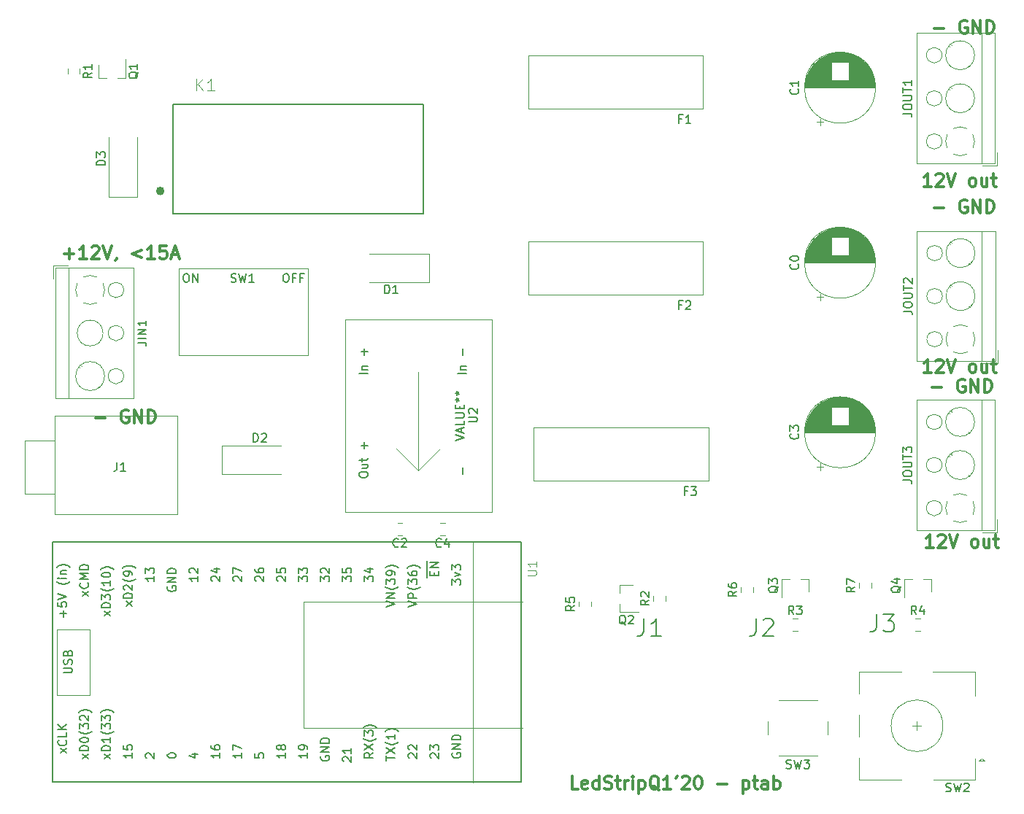
<source format=gbr>
G04 #@! TF.GenerationSoftware,KiCad,Pcbnew,5.1.4+dfsg1-1*
G04 #@! TF.CreationDate,2020-02-21T11:40:22+01:00*
G04 #@! TF.ProjectId,ledStripDriver,6c656453-7472-4697-9044-72697665722e,rev?*
G04 #@! TF.SameCoordinates,Original*
G04 #@! TF.FileFunction,Legend,Top*
G04 #@! TF.FilePolarity,Positive*
%FSLAX46Y46*%
G04 Gerber Fmt 4.6, Leading zero omitted, Abs format (unit mm)*
G04 Created by KiCad (PCBNEW 5.1.4+dfsg1-1) date 2020-02-21 11:40:22*
%MOMM*%
%LPD*%
G04 APERTURE LIST*
%ADD10C,0.150000*%
%ADD11C,0.300000*%
%ADD12C,0.120000*%
%ADD13C,0.127000*%
%ADD14C,0.500000*%
%ADD15C,0.015000*%
G04 APERTURE END LIST*
D10*
X196333333Y-119404761D02*
X196333333Y-120833333D01*
X196238095Y-121119047D01*
X196047619Y-121309523D01*
X195761904Y-121404761D01*
X195571428Y-121404761D01*
X197095238Y-119404761D02*
X198333333Y-119404761D01*
X197666666Y-120166666D01*
X197952380Y-120166666D01*
X198142857Y-120261904D01*
X198238095Y-120357142D01*
X198333333Y-120547619D01*
X198333333Y-121023809D01*
X198238095Y-121214285D01*
X198142857Y-121309523D01*
X197952380Y-121404761D01*
X197380952Y-121404761D01*
X197190476Y-121309523D01*
X197095238Y-121214285D01*
X182333333Y-119904761D02*
X182333333Y-121333333D01*
X182238095Y-121619047D01*
X182047619Y-121809523D01*
X181761904Y-121904761D01*
X181571428Y-121904761D01*
X183190476Y-120095238D02*
X183285714Y-120000000D01*
X183476190Y-119904761D01*
X183952380Y-119904761D01*
X184142857Y-120000000D01*
X184238095Y-120095238D01*
X184333333Y-120285714D01*
X184333333Y-120476190D01*
X184238095Y-120761904D01*
X183095238Y-121904761D01*
X184333333Y-121904761D01*
X169333333Y-119904761D02*
X169333333Y-121333333D01*
X169238095Y-121619047D01*
X169047619Y-121809523D01*
X168761904Y-121904761D01*
X168571428Y-121904761D01*
X171333333Y-121904761D02*
X170190476Y-121904761D01*
X170761904Y-121904761D02*
X170761904Y-119904761D01*
X170571428Y-120190476D01*
X170380952Y-120380952D01*
X170190476Y-120476190D01*
D11*
X161678571Y-139678571D02*
X160964285Y-139678571D01*
X160964285Y-138178571D01*
X162750000Y-139607142D02*
X162607142Y-139678571D01*
X162321428Y-139678571D01*
X162178571Y-139607142D01*
X162107142Y-139464285D01*
X162107142Y-138892857D01*
X162178571Y-138750000D01*
X162321428Y-138678571D01*
X162607142Y-138678571D01*
X162750000Y-138750000D01*
X162821428Y-138892857D01*
X162821428Y-139035714D01*
X162107142Y-139178571D01*
X164107142Y-139678571D02*
X164107142Y-138178571D01*
X164107142Y-139607142D02*
X163964285Y-139678571D01*
X163678571Y-139678571D01*
X163535714Y-139607142D01*
X163464285Y-139535714D01*
X163392857Y-139392857D01*
X163392857Y-138964285D01*
X163464285Y-138821428D01*
X163535714Y-138750000D01*
X163678571Y-138678571D01*
X163964285Y-138678571D01*
X164107142Y-138750000D01*
X164750000Y-139607142D02*
X164964285Y-139678571D01*
X165321428Y-139678571D01*
X165464285Y-139607142D01*
X165535714Y-139535714D01*
X165607142Y-139392857D01*
X165607142Y-139250000D01*
X165535714Y-139107142D01*
X165464285Y-139035714D01*
X165321428Y-138964285D01*
X165035714Y-138892857D01*
X164892857Y-138821428D01*
X164821428Y-138750000D01*
X164750000Y-138607142D01*
X164750000Y-138464285D01*
X164821428Y-138321428D01*
X164892857Y-138250000D01*
X165035714Y-138178571D01*
X165392857Y-138178571D01*
X165607142Y-138250000D01*
X166035714Y-138678571D02*
X166607142Y-138678571D01*
X166250000Y-138178571D02*
X166250000Y-139464285D01*
X166321428Y-139607142D01*
X166464285Y-139678571D01*
X166607142Y-139678571D01*
X167107142Y-139678571D02*
X167107142Y-138678571D01*
X167107142Y-138964285D02*
X167178571Y-138821428D01*
X167250000Y-138750000D01*
X167392857Y-138678571D01*
X167535714Y-138678571D01*
X168035714Y-139678571D02*
X168035714Y-138678571D01*
X168035714Y-138178571D02*
X167964285Y-138250000D01*
X168035714Y-138321428D01*
X168107142Y-138250000D01*
X168035714Y-138178571D01*
X168035714Y-138321428D01*
X168750000Y-138678571D02*
X168750000Y-140178571D01*
X168750000Y-138750000D02*
X168892857Y-138678571D01*
X169178571Y-138678571D01*
X169321428Y-138750000D01*
X169392857Y-138821428D01*
X169464285Y-138964285D01*
X169464285Y-139392857D01*
X169392857Y-139535714D01*
X169321428Y-139607142D01*
X169178571Y-139678571D01*
X168892857Y-139678571D01*
X168750000Y-139607142D01*
X171107142Y-139821428D02*
X170964285Y-139750000D01*
X170821428Y-139607142D01*
X170607142Y-139392857D01*
X170464285Y-139321428D01*
X170321428Y-139321428D01*
X170392857Y-139678571D02*
X170250000Y-139607142D01*
X170107142Y-139464285D01*
X170035714Y-139178571D01*
X170035714Y-138678571D01*
X170107142Y-138392857D01*
X170250000Y-138250000D01*
X170392857Y-138178571D01*
X170678571Y-138178571D01*
X170821428Y-138250000D01*
X170964285Y-138392857D01*
X171035714Y-138678571D01*
X171035714Y-139178571D01*
X170964285Y-139464285D01*
X170821428Y-139607142D01*
X170678571Y-139678571D01*
X170392857Y-139678571D01*
X172464285Y-139678571D02*
X171607142Y-139678571D01*
X172035714Y-139678571D02*
X172035714Y-138178571D01*
X171892857Y-138392857D01*
X171750000Y-138535714D01*
X171607142Y-138607142D01*
X173178571Y-138178571D02*
X173035714Y-138464285D01*
X173750000Y-138321428D02*
X173821428Y-138250000D01*
X173964285Y-138178571D01*
X174321428Y-138178571D01*
X174464285Y-138250000D01*
X174535714Y-138321428D01*
X174607142Y-138464285D01*
X174607142Y-138607142D01*
X174535714Y-138821428D01*
X173678571Y-139678571D01*
X174607142Y-139678571D01*
X175535714Y-138178571D02*
X175678571Y-138178571D01*
X175821428Y-138250000D01*
X175892857Y-138321428D01*
X175964285Y-138464285D01*
X176035714Y-138750000D01*
X176035714Y-139107142D01*
X175964285Y-139392857D01*
X175892857Y-139535714D01*
X175821428Y-139607142D01*
X175678571Y-139678571D01*
X175535714Y-139678571D01*
X175392857Y-139607142D01*
X175321428Y-139535714D01*
X175250000Y-139392857D01*
X175178571Y-139107142D01*
X175178571Y-138750000D01*
X175250000Y-138464285D01*
X175321428Y-138321428D01*
X175392857Y-138250000D01*
X175535714Y-138178571D01*
X177821428Y-139107142D02*
X178964285Y-139107142D01*
X180821428Y-138678571D02*
X180821428Y-140178571D01*
X180821428Y-138750000D02*
X180964285Y-138678571D01*
X181250000Y-138678571D01*
X181392857Y-138750000D01*
X181464285Y-138821428D01*
X181535714Y-138964285D01*
X181535714Y-139392857D01*
X181464285Y-139535714D01*
X181392857Y-139607142D01*
X181250000Y-139678571D01*
X180964285Y-139678571D01*
X180821428Y-139607142D01*
X181964285Y-138678571D02*
X182535714Y-138678571D01*
X182178571Y-138178571D02*
X182178571Y-139464285D01*
X182250000Y-139607142D01*
X182392857Y-139678571D01*
X182535714Y-139678571D01*
X183678571Y-139678571D02*
X183678571Y-138892857D01*
X183607142Y-138750000D01*
X183464285Y-138678571D01*
X183178571Y-138678571D01*
X183035714Y-138750000D01*
X183678571Y-139607142D02*
X183535714Y-139678571D01*
X183178571Y-139678571D01*
X183035714Y-139607142D01*
X182964285Y-139464285D01*
X182964285Y-139321428D01*
X183035714Y-139178571D01*
X183178571Y-139107142D01*
X183535714Y-139107142D01*
X183678571Y-139035714D01*
X184392857Y-139678571D02*
X184392857Y-138178571D01*
X184392857Y-138750000D02*
X184535714Y-138678571D01*
X184821428Y-138678571D01*
X184964285Y-138750000D01*
X185035714Y-138821428D01*
X185107142Y-138964285D01*
X185107142Y-139392857D01*
X185035714Y-139535714D01*
X184964285Y-139607142D01*
X184821428Y-139678571D01*
X184535714Y-139678571D01*
X184392857Y-139607142D01*
X202886285Y-111638571D02*
X202029142Y-111638571D01*
X202457714Y-111638571D02*
X202457714Y-110138571D01*
X202314857Y-110352857D01*
X202172000Y-110495714D01*
X202029142Y-110567142D01*
X203457714Y-110281428D02*
X203529142Y-110210000D01*
X203672000Y-110138571D01*
X204029142Y-110138571D01*
X204172000Y-110210000D01*
X204243428Y-110281428D01*
X204314857Y-110424285D01*
X204314857Y-110567142D01*
X204243428Y-110781428D01*
X203386285Y-111638571D01*
X204314857Y-111638571D01*
X204743428Y-110138571D02*
X205243428Y-111638571D01*
X205743428Y-110138571D01*
X207600571Y-111638571D02*
X207457714Y-111567142D01*
X207386285Y-111495714D01*
X207314857Y-111352857D01*
X207314857Y-110924285D01*
X207386285Y-110781428D01*
X207457714Y-110710000D01*
X207600571Y-110638571D01*
X207814857Y-110638571D01*
X207957714Y-110710000D01*
X208029142Y-110781428D01*
X208100571Y-110924285D01*
X208100571Y-111352857D01*
X208029142Y-111495714D01*
X207957714Y-111567142D01*
X207814857Y-111638571D01*
X207600571Y-111638571D01*
X209386285Y-110638571D02*
X209386285Y-111638571D01*
X208743428Y-110638571D02*
X208743428Y-111424285D01*
X208814857Y-111567142D01*
X208957714Y-111638571D01*
X209172000Y-111638571D01*
X209314857Y-111567142D01*
X209386285Y-111495714D01*
X209886285Y-110638571D02*
X210457714Y-110638571D01*
X210100571Y-110138571D02*
X210100571Y-111424285D01*
X210172000Y-111567142D01*
X210314857Y-111638571D01*
X210457714Y-111638571D01*
X202632285Y-91318571D02*
X201775142Y-91318571D01*
X202203714Y-91318571D02*
X202203714Y-89818571D01*
X202060857Y-90032857D01*
X201918000Y-90175714D01*
X201775142Y-90247142D01*
X203203714Y-89961428D02*
X203275142Y-89890000D01*
X203418000Y-89818571D01*
X203775142Y-89818571D01*
X203918000Y-89890000D01*
X203989428Y-89961428D01*
X204060857Y-90104285D01*
X204060857Y-90247142D01*
X203989428Y-90461428D01*
X203132285Y-91318571D01*
X204060857Y-91318571D01*
X204489428Y-89818571D02*
X204989428Y-91318571D01*
X205489428Y-89818571D01*
X207346571Y-91318571D02*
X207203714Y-91247142D01*
X207132285Y-91175714D01*
X207060857Y-91032857D01*
X207060857Y-90604285D01*
X207132285Y-90461428D01*
X207203714Y-90390000D01*
X207346571Y-90318571D01*
X207560857Y-90318571D01*
X207703714Y-90390000D01*
X207775142Y-90461428D01*
X207846571Y-90604285D01*
X207846571Y-91032857D01*
X207775142Y-91175714D01*
X207703714Y-91247142D01*
X207560857Y-91318571D01*
X207346571Y-91318571D01*
X209132285Y-90318571D02*
X209132285Y-91318571D01*
X208489428Y-90318571D02*
X208489428Y-91104285D01*
X208560857Y-91247142D01*
X208703714Y-91318571D01*
X208918000Y-91318571D01*
X209060857Y-91247142D01*
X209132285Y-91175714D01*
X209632285Y-90318571D02*
X210203714Y-90318571D01*
X209846571Y-89818571D02*
X209846571Y-91104285D01*
X209918000Y-91247142D01*
X210060857Y-91318571D01*
X210203714Y-91318571D01*
X202632285Y-69728571D02*
X201775142Y-69728571D01*
X202203714Y-69728571D02*
X202203714Y-68228571D01*
X202060857Y-68442857D01*
X201918000Y-68585714D01*
X201775142Y-68657142D01*
X203203714Y-68371428D02*
X203275142Y-68300000D01*
X203418000Y-68228571D01*
X203775142Y-68228571D01*
X203918000Y-68300000D01*
X203989428Y-68371428D01*
X204060857Y-68514285D01*
X204060857Y-68657142D01*
X203989428Y-68871428D01*
X203132285Y-69728571D01*
X204060857Y-69728571D01*
X204489428Y-68228571D02*
X204989428Y-69728571D01*
X205489428Y-68228571D01*
X207346571Y-69728571D02*
X207203714Y-69657142D01*
X207132285Y-69585714D01*
X207060857Y-69442857D01*
X207060857Y-69014285D01*
X207132285Y-68871428D01*
X207203714Y-68800000D01*
X207346571Y-68728571D01*
X207560857Y-68728571D01*
X207703714Y-68800000D01*
X207775142Y-68871428D01*
X207846571Y-69014285D01*
X207846571Y-69442857D01*
X207775142Y-69585714D01*
X207703714Y-69657142D01*
X207560857Y-69728571D01*
X207346571Y-69728571D01*
X209132285Y-68728571D02*
X209132285Y-69728571D01*
X208489428Y-68728571D02*
X208489428Y-69514285D01*
X208560857Y-69657142D01*
X208703714Y-69728571D01*
X208918000Y-69728571D01*
X209060857Y-69657142D01*
X209132285Y-69585714D01*
X209632285Y-68728571D02*
X210203714Y-68728571D01*
X209846571Y-68228571D02*
X209846571Y-69514285D01*
X209918000Y-69657142D01*
X210060857Y-69728571D01*
X210203714Y-69728571D01*
X202743428Y-93033142D02*
X203886285Y-93033142D01*
X206529142Y-92176000D02*
X206386285Y-92104571D01*
X206172000Y-92104571D01*
X205957714Y-92176000D01*
X205814857Y-92318857D01*
X205743428Y-92461714D01*
X205672000Y-92747428D01*
X205672000Y-92961714D01*
X205743428Y-93247428D01*
X205814857Y-93390285D01*
X205957714Y-93533142D01*
X206172000Y-93604571D01*
X206314857Y-93604571D01*
X206529142Y-93533142D01*
X206600571Y-93461714D01*
X206600571Y-92961714D01*
X206314857Y-92961714D01*
X207243428Y-93604571D02*
X207243428Y-92104571D01*
X208100571Y-93604571D01*
X208100571Y-92104571D01*
X208814857Y-93604571D02*
X208814857Y-92104571D01*
X209172000Y-92104571D01*
X209386285Y-92176000D01*
X209529142Y-92318857D01*
X209600571Y-92461714D01*
X209672000Y-92747428D01*
X209672000Y-92961714D01*
X209600571Y-93247428D01*
X209529142Y-93390285D01*
X209386285Y-93533142D01*
X209172000Y-93604571D01*
X208814857Y-93604571D01*
X202997428Y-72205142D02*
X204140285Y-72205142D01*
X206783142Y-71348000D02*
X206640285Y-71276571D01*
X206426000Y-71276571D01*
X206211714Y-71348000D01*
X206068857Y-71490857D01*
X205997428Y-71633714D01*
X205926000Y-71919428D01*
X205926000Y-72133714D01*
X205997428Y-72419428D01*
X206068857Y-72562285D01*
X206211714Y-72705142D01*
X206426000Y-72776571D01*
X206568857Y-72776571D01*
X206783142Y-72705142D01*
X206854571Y-72633714D01*
X206854571Y-72133714D01*
X206568857Y-72133714D01*
X207497428Y-72776571D02*
X207497428Y-71276571D01*
X208354571Y-72776571D01*
X208354571Y-71276571D01*
X209068857Y-72776571D02*
X209068857Y-71276571D01*
X209426000Y-71276571D01*
X209640285Y-71348000D01*
X209783142Y-71490857D01*
X209854571Y-71633714D01*
X209926000Y-71919428D01*
X209926000Y-72133714D01*
X209854571Y-72419428D01*
X209783142Y-72562285D01*
X209640285Y-72705142D01*
X209426000Y-72776571D01*
X209068857Y-72776571D01*
X202997428Y-51377142D02*
X204140285Y-51377142D01*
X206783142Y-50520000D02*
X206640285Y-50448571D01*
X206426000Y-50448571D01*
X206211714Y-50520000D01*
X206068857Y-50662857D01*
X205997428Y-50805714D01*
X205926000Y-51091428D01*
X205926000Y-51305714D01*
X205997428Y-51591428D01*
X206068857Y-51734285D01*
X206211714Y-51877142D01*
X206426000Y-51948571D01*
X206568857Y-51948571D01*
X206783142Y-51877142D01*
X206854571Y-51805714D01*
X206854571Y-51305714D01*
X206568857Y-51305714D01*
X207497428Y-51948571D02*
X207497428Y-50448571D01*
X208354571Y-51948571D01*
X208354571Y-50448571D01*
X209068857Y-51948571D02*
X209068857Y-50448571D01*
X209426000Y-50448571D01*
X209640285Y-50520000D01*
X209783142Y-50662857D01*
X209854571Y-50805714D01*
X209926000Y-51091428D01*
X209926000Y-51305714D01*
X209854571Y-51591428D01*
X209783142Y-51734285D01*
X209640285Y-51877142D01*
X209426000Y-51948571D01*
X209068857Y-51948571D01*
X102064571Y-77539142D02*
X103207428Y-77539142D01*
X102636000Y-78110571D02*
X102636000Y-76967714D01*
X104707428Y-78110571D02*
X103850285Y-78110571D01*
X104278857Y-78110571D02*
X104278857Y-76610571D01*
X104136000Y-76824857D01*
X103993142Y-76967714D01*
X103850285Y-77039142D01*
X105278857Y-76753428D02*
X105350285Y-76682000D01*
X105493142Y-76610571D01*
X105850285Y-76610571D01*
X105993142Y-76682000D01*
X106064571Y-76753428D01*
X106136000Y-76896285D01*
X106136000Y-77039142D01*
X106064571Y-77253428D01*
X105207428Y-78110571D01*
X106136000Y-78110571D01*
X106564571Y-76610571D02*
X107064571Y-78110571D01*
X107564571Y-76610571D01*
X108136000Y-78039142D02*
X108136000Y-78110571D01*
X108064571Y-78253428D01*
X107993142Y-78324857D01*
X111064571Y-77110571D02*
X109921714Y-77539142D01*
X111064571Y-77967714D01*
X112564571Y-78110571D02*
X111707428Y-78110571D01*
X112136000Y-78110571D02*
X112136000Y-76610571D01*
X111993142Y-76824857D01*
X111850285Y-76967714D01*
X111707428Y-77039142D01*
X113921714Y-76610571D02*
X113207428Y-76610571D01*
X113136000Y-77324857D01*
X113207428Y-77253428D01*
X113350285Y-77182000D01*
X113707428Y-77182000D01*
X113850285Y-77253428D01*
X113921714Y-77324857D01*
X113993142Y-77467714D01*
X113993142Y-77824857D01*
X113921714Y-77967714D01*
X113850285Y-78039142D01*
X113707428Y-78110571D01*
X113350285Y-78110571D01*
X113207428Y-78039142D01*
X113136000Y-77967714D01*
X114564571Y-77682000D02*
X115278857Y-77682000D01*
X114421714Y-78110571D02*
X114921714Y-76610571D01*
X115421714Y-78110571D01*
X105715428Y-96589142D02*
X106858285Y-96589142D01*
X109501142Y-95732000D02*
X109358285Y-95660571D01*
X109144000Y-95660571D01*
X108929714Y-95732000D01*
X108786857Y-95874857D01*
X108715428Y-96017714D01*
X108644000Y-96303428D01*
X108644000Y-96517714D01*
X108715428Y-96803428D01*
X108786857Y-96946285D01*
X108929714Y-97089142D01*
X109144000Y-97160571D01*
X109286857Y-97160571D01*
X109501142Y-97089142D01*
X109572571Y-97017714D01*
X109572571Y-96517714D01*
X109286857Y-96517714D01*
X110215428Y-97160571D02*
X110215428Y-95660571D01*
X111072571Y-97160571D01*
X111072571Y-95660571D01*
X111786857Y-97160571D02*
X111786857Y-95660571D01*
X112144000Y-95660571D01*
X112358285Y-95732000D01*
X112501142Y-95874857D01*
X112572571Y-96017714D01*
X112644000Y-96303428D01*
X112644000Y-96517714D01*
X112572571Y-96803428D01*
X112501142Y-96946285D01*
X112358285Y-97089142D01*
X112144000Y-97160571D01*
X111786857Y-97160571D01*
D12*
X146236252Y-108790000D02*
X145713748Y-108790000D01*
X146236252Y-110210000D02*
X145713748Y-110210000D01*
X141261252Y-108790000D02*
X140738748Y-108790000D01*
X141261252Y-110210000D02*
X140738748Y-110210000D01*
X189360000Y-82589698D02*
X190160000Y-82589698D01*
X189760000Y-82989698D02*
X189760000Y-82189698D01*
X191542000Y-74499000D02*
X192608000Y-74499000D01*
X191307000Y-74539000D02*
X192843000Y-74539000D01*
X191127000Y-74579000D02*
X193023000Y-74579000D01*
X190977000Y-74619000D02*
X193173000Y-74619000D01*
X190846000Y-74659000D02*
X193304000Y-74659000D01*
X190729000Y-74699000D02*
X193421000Y-74699000D01*
X190622000Y-74739000D02*
X193528000Y-74739000D01*
X190523000Y-74779000D02*
X193627000Y-74779000D01*
X190430000Y-74819000D02*
X193720000Y-74819000D01*
X190344000Y-74859000D02*
X193806000Y-74859000D01*
X190262000Y-74899000D02*
X193888000Y-74899000D01*
X190185000Y-74939000D02*
X193965000Y-74939000D01*
X190111000Y-74979000D02*
X194039000Y-74979000D01*
X190041000Y-75019000D02*
X194109000Y-75019000D01*
X189973000Y-75059000D02*
X194177000Y-75059000D01*
X189909000Y-75099000D02*
X194241000Y-75099000D01*
X189847000Y-75139000D02*
X194303000Y-75139000D01*
X189788000Y-75179000D02*
X194362000Y-75179000D01*
X189730000Y-75219000D02*
X194420000Y-75219000D01*
X189675000Y-75259000D02*
X194475000Y-75259000D01*
X189621000Y-75299000D02*
X194529000Y-75299000D01*
X189570000Y-75339000D02*
X194580000Y-75339000D01*
X189519000Y-75379000D02*
X194631000Y-75379000D01*
X189471000Y-75419000D02*
X194679000Y-75419000D01*
X189424000Y-75459000D02*
X194726000Y-75459000D01*
X189378000Y-75499000D02*
X194772000Y-75499000D01*
X189334000Y-75539000D02*
X194816000Y-75539000D01*
X189291000Y-75579000D02*
X194859000Y-75579000D01*
X189249000Y-75619000D02*
X194901000Y-75619000D01*
X193115000Y-75659000D02*
X194942000Y-75659000D01*
X189208000Y-75659000D02*
X191035000Y-75659000D01*
X193115000Y-75699000D02*
X194982000Y-75699000D01*
X189168000Y-75699000D02*
X191035000Y-75699000D01*
X193115000Y-75739000D02*
X195020000Y-75739000D01*
X189130000Y-75739000D02*
X191035000Y-75739000D01*
X193115000Y-75779000D02*
X195058000Y-75779000D01*
X189092000Y-75779000D02*
X191035000Y-75779000D01*
X193115000Y-75819000D02*
X195094000Y-75819000D01*
X189056000Y-75819000D02*
X191035000Y-75819000D01*
X193115000Y-75859000D02*
X195130000Y-75859000D01*
X189020000Y-75859000D02*
X191035000Y-75859000D01*
X193115000Y-75899000D02*
X195165000Y-75899000D01*
X188985000Y-75899000D02*
X191035000Y-75899000D01*
X193115000Y-75939000D02*
X195199000Y-75939000D01*
X188951000Y-75939000D02*
X191035000Y-75939000D01*
X193115000Y-75979000D02*
X195231000Y-75979000D01*
X188919000Y-75979000D02*
X191035000Y-75979000D01*
X193115000Y-76019000D02*
X195264000Y-76019000D01*
X188886000Y-76019000D02*
X191035000Y-76019000D01*
X193115000Y-76059000D02*
X195295000Y-76059000D01*
X188855000Y-76059000D02*
X191035000Y-76059000D01*
X193115000Y-76099000D02*
X195325000Y-76099000D01*
X188825000Y-76099000D02*
X191035000Y-76099000D01*
X193115000Y-76139000D02*
X195355000Y-76139000D01*
X188795000Y-76139000D02*
X191035000Y-76139000D01*
X193115000Y-76179000D02*
X195384000Y-76179000D01*
X188766000Y-76179000D02*
X191035000Y-76179000D01*
X193115000Y-76219000D02*
X195413000Y-76219000D01*
X188737000Y-76219000D02*
X191035000Y-76219000D01*
X193115000Y-76259000D02*
X195440000Y-76259000D01*
X188710000Y-76259000D02*
X191035000Y-76259000D01*
X193115000Y-76299000D02*
X195467000Y-76299000D01*
X188683000Y-76299000D02*
X191035000Y-76299000D01*
X193115000Y-76339000D02*
X195493000Y-76339000D01*
X188657000Y-76339000D02*
X191035000Y-76339000D01*
X193115000Y-76379000D02*
X195519000Y-76379000D01*
X188631000Y-76379000D02*
X191035000Y-76379000D01*
X193115000Y-76419000D02*
X195544000Y-76419000D01*
X188606000Y-76419000D02*
X191035000Y-76419000D01*
X193115000Y-76459000D02*
X195568000Y-76459000D01*
X188582000Y-76459000D02*
X191035000Y-76459000D01*
X193115000Y-76499000D02*
X195592000Y-76499000D01*
X188558000Y-76499000D02*
X191035000Y-76499000D01*
X193115000Y-76539000D02*
X195615000Y-76539000D01*
X188535000Y-76539000D02*
X191035000Y-76539000D01*
X193115000Y-76579000D02*
X195637000Y-76579000D01*
X188513000Y-76579000D02*
X191035000Y-76579000D01*
X193115000Y-76619000D02*
X195659000Y-76619000D01*
X188491000Y-76619000D02*
X191035000Y-76619000D01*
X193115000Y-76659000D02*
X195681000Y-76659000D01*
X188469000Y-76659000D02*
X191035000Y-76659000D01*
X193115000Y-76699000D02*
X195702000Y-76699000D01*
X188448000Y-76699000D02*
X191035000Y-76699000D01*
X193115000Y-76739000D02*
X195722000Y-76739000D01*
X188428000Y-76739000D02*
X191035000Y-76739000D01*
X193115000Y-76779000D02*
X195741000Y-76779000D01*
X188409000Y-76779000D02*
X191035000Y-76779000D01*
X193115000Y-76819000D02*
X195761000Y-76819000D01*
X188389000Y-76819000D02*
X191035000Y-76819000D01*
X193115000Y-76859000D02*
X195779000Y-76859000D01*
X188371000Y-76859000D02*
X191035000Y-76859000D01*
X193115000Y-76899000D02*
X195797000Y-76899000D01*
X188353000Y-76899000D02*
X191035000Y-76899000D01*
X193115000Y-76939000D02*
X195815000Y-76939000D01*
X188335000Y-76939000D02*
X191035000Y-76939000D01*
X193115000Y-76979000D02*
X195832000Y-76979000D01*
X188318000Y-76979000D02*
X191035000Y-76979000D01*
X193115000Y-77019000D02*
X195849000Y-77019000D01*
X188301000Y-77019000D02*
X191035000Y-77019000D01*
X193115000Y-77059000D02*
X195865000Y-77059000D01*
X188285000Y-77059000D02*
X191035000Y-77059000D01*
X193115000Y-77099000D02*
X195880000Y-77099000D01*
X188270000Y-77099000D02*
X191035000Y-77099000D01*
X193115000Y-77139000D02*
X195896000Y-77139000D01*
X188254000Y-77139000D02*
X191035000Y-77139000D01*
X193115000Y-77179000D02*
X195910000Y-77179000D01*
X188240000Y-77179000D02*
X191035000Y-77179000D01*
X193115000Y-77219000D02*
X195925000Y-77219000D01*
X188225000Y-77219000D02*
X191035000Y-77219000D01*
X193115000Y-77259000D02*
X195938000Y-77259000D01*
X188212000Y-77259000D02*
X191035000Y-77259000D01*
X193115000Y-77299000D02*
X195952000Y-77299000D01*
X188198000Y-77299000D02*
X191035000Y-77299000D01*
X193115000Y-77339000D02*
X195964000Y-77339000D01*
X188186000Y-77339000D02*
X191035000Y-77339000D01*
X193115000Y-77379000D02*
X195977000Y-77379000D01*
X188173000Y-77379000D02*
X191035000Y-77379000D01*
X193115000Y-77419000D02*
X195989000Y-77419000D01*
X188161000Y-77419000D02*
X191035000Y-77419000D01*
X193115000Y-77459000D02*
X196000000Y-77459000D01*
X188150000Y-77459000D02*
X191035000Y-77459000D01*
X193115000Y-77499000D02*
X196011000Y-77499000D01*
X188139000Y-77499000D02*
X191035000Y-77499000D01*
X193115000Y-77539000D02*
X196022000Y-77539000D01*
X188128000Y-77539000D02*
X191035000Y-77539000D01*
X193115000Y-77579000D02*
X196032000Y-77579000D01*
X188118000Y-77579000D02*
X191035000Y-77579000D01*
X193115000Y-77619000D02*
X196042000Y-77619000D01*
X188108000Y-77619000D02*
X191035000Y-77619000D01*
X193115000Y-77659000D02*
X196051000Y-77659000D01*
X188099000Y-77659000D02*
X191035000Y-77659000D01*
X193115000Y-77699000D02*
X196060000Y-77699000D01*
X188090000Y-77699000D02*
X191035000Y-77699000D01*
X188081000Y-77739000D02*
X196069000Y-77739000D01*
X188073000Y-77779000D02*
X196077000Y-77779000D01*
X188065000Y-77819000D02*
X196085000Y-77819000D01*
X188058000Y-77859000D02*
X196092000Y-77859000D01*
X188051000Y-77900000D02*
X196099000Y-77900000D01*
X188045000Y-77940000D02*
X196105000Y-77940000D01*
X188038000Y-77980000D02*
X196112000Y-77980000D01*
X188033000Y-78020000D02*
X196117000Y-78020000D01*
X188027000Y-78060000D02*
X196123000Y-78060000D01*
X188023000Y-78100000D02*
X196127000Y-78100000D01*
X188018000Y-78140000D02*
X196132000Y-78140000D01*
X188014000Y-78180000D02*
X196136000Y-78180000D01*
X188010000Y-78220000D02*
X196140000Y-78220000D01*
X188007000Y-78260000D02*
X196143000Y-78260000D01*
X188004000Y-78300000D02*
X196146000Y-78300000D01*
X188001000Y-78340000D02*
X196149000Y-78340000D01*
X187999000Y-78380000D02*
X196151000Y-78380000D01*
X187998000Y-78420000D02*
X196152000Y-78420000D01*
X187996000Y-78460000D02*
X196154000Y-78460000D01*
X187995000Y-78500000D02*
X196155000Y-78500000D01*
X187995000Y-78540000D02*
X196155000Y-78540000D01*
X187995000Y-78580000D02*
X196155000Y-78580000D01*
X196195000Y-78580000D02*
G75*
G03X196195000Y-78580000I-4120000J0D01*
G01*
X183674000Y-131836000D02*
X183674000Y-133336000D01*
X184924000Y-135836000D02*
X189424000Y-135836000D01*
X190674000Y-133336000D02*
X190674000Y-131836000D01*
X189424000Y-129336000D02*
X184924000Y-129336000D01*
X204000000Y-132336000D02*
G75*
G03X204000000Y-132336000I-3000000J0D01*
G01*
X199200000Y-138636000D02*
X194300000Y-138636000D01*
X194300000Y-126036000D02*
X199200000Y-126036000D01*
X202800000Y-126036000D02*
X207700000Y-126036000D01*
X207700000Y-126036000D02*
X207700000Y-128836000D01*
X202900000Y-138636000D02*
X207700000Y-138636000D01*
X207700000Y-138636000D02*
X207700000Y-136136000D01*
X208500000Y-136136000D02*
X208800000Y-136436000D01*
X208800000Y-136436000D02*
X208200000Y-136436000D01*
X208200000Y-136436000D02*
X208500000Y-136136000D01*
X194300000Y-138636000D02*
X194300000Y-136036000D01*
X194300000Y-133636000D02*
X194300000Y-131036000D01*
X194300000Y-128636000D02*
X194300000Y-126036000D01*
X201000000Y-132836000D02*
X201000000Y-131836000D01*
X201500000Y-132336000D02*
X200500000Y-132336000D01*
X97516000Y-105424000D02*
X101016000Y-105424000D01*
X97516000Y-99224000D02*
X97516000Y-105424000D01*
X101016000Y-99224000D02*
X97516000Y-99224000D01*
X101016000Y-96324000D02*
X101016000Y-102324000D01*
X115216000Y-96324000D02*
X101016000Y-96324000D01*
X115216000Y-107824000D02*
X115216000Y-96324000D01*
X101016000Y-107824000D02*
X115216000Y-107824000D01*
X101016000Y-102324000D02*
X101016000Y-107824000D01*
X189360000Y-102274698D02*
X190160000Y-102274698D01*
X189760000Y-102674698D02*
X189760000Y-101874698D01*
X191542000Y-94184000D02*
X192608000Y-94184000D01*
X191307000Y-94224000D02*
X192843000Y-94224000D01*
X191127000Y-94264000D02*
X193023000Y-94264000D01*
X190977000Y-94304000D02*
X193173000Y-94304000D01*
X190846000Y-94344000D02*
X193304000Y-94344000D01*
X190729000Y-94384000D02*
X193421000Y-94384000D01*
X190622000Y-94424000D02*
X193528000Y-94424000D01*
X190523000Y-94464000D02*
X193627000Y-94464000D01*
X190430000Y-94504000D02*
X193720000Y-94504000D01*
X190344000Y-94544000D02*
X193806000Y-94544000D01*
X190262000Y-94584000D02*
X193888000Y-94584000D01*
X190185000Y-94624000D02*
X193965000Y-94624000D01*
X190111000Y-94664000D02*
X194039000Y-94664000D01*
X190041000Y-94704000D02*
X194109000Y-94704000D01*
X189973000Y-94744000D02*
X194177000Y-94744000D01*
X189909000Y-94784000D02*
X194241000Y-94784000D01*
X189847000Y-94824000D02*
X194303000Y-94824000D01*
X189788000Y-94864000D02*
X194362000Y-94864000D01*
X189730000Y-94904000D02*
X194420000Y-94904000D01*
X189675000Y-94944000D02*
X194475000Y-94944000D01*
X189621000Y-94984000D02*
X194529000Y-94984000D01*
X189570000Y-95024000D02*
X194580000Y-95024000D01*
X189519000Y-95064000D02*
X194631000Y-95064000D01*
X189471000Y-95104000D02*
X194679000Y-95104000D01*
X189424000Y-95144000D02*
X194726000Y-95144000D01*
X189378000Y-95184000D02*
X194772000Y-95184000D01*
X189334000Y-95224000D02*
X194816000Y-95224000D01*
X189291000Y-95264000D02*
X194859000Y-95264000D01*
X189249000Y-95304000D02*
X194901000Y-95304000D01*
X193115000Y-95344000D02*
X194942000Y-95344000D01*
X189208000Y-95344000D02*
X191035000Y-95344000D01*
X193115000Y-95384000D02*
X194982000Y-95384000D01*
X189168000Y-95384000D02*
X191035000Y-95384000D01*
X193115000Y-95424000D02*
X195020000Y-95424000D01*
X189130000Y-95424000D02*
X191035000Y-95424000D01*
X193115000Y-95464000D02*
X195058000Y-95464000D01*
X189092000Y-95464000D02*
X191035000Y-95464000D01*
X193115000Y-95504000D02*
X195094000Y-95504000D01*
X189056000Y-95504000D02*
X191035000Y-95504000D01*
X193115000Y-95544000D02*
X195130000Y-95544000D01*
X189020000Y-95544000D02*
X191035000Y-95544000D01*
X193115000Y-95584000D02*
X195165000Y-95584000D01*
X188985000Y-95584000D02*
X191035000Y-95584000D01*
X193115000Y-95624000D02*
X195199000Y-95624000D01*
X188951000Y-95624000D02*
X191035000Y-95624000D01*
X193115000Y-95664000D02*
X195231000Y-95664000D01*
X188919000Y-95664000D02*
X191035000Y-95664000D01*
X193115000Y-95704000D02*
X195264000Y-95704000D01*
X188886000Y-95704000D02*
X191035000Y-95704000D01*
X193115000Y-95744000D02*
X195295000Y-95744000D01*
X188855000Y-95744000D02*
X191035000Y-95744000D01*
X193115000Y-95784000D02*
X195325000Y-95784000D01*
X188825000Y-95784000D02*
X191035000Y-95784000D01*
X193115000Y-95824000D02*
X195355000Y-95824000D01*
X188795000Y-95824000D02*
X191035000Y-95824000D01*
X193115000Y-95864000D02*
X195384000Y-95864000D01*
X188766000Y-95864000D02*
X191035000Y-95864000D01*
X193115000Y-95904000D02*
X195413000Y-95904000D01*
X188737000Y-95904000D02*
X191035000Y-95904000D01*
X193115000Y-95944000D02*
X195440000Y-95944000D01*
X188710000Y-95944000D02*
X191035000Y-95944000D01*
X193115000Y-95984000D02*
X195467000Y-95984000D01*
X188683000Y-95984000D02*
X191035000Y-95984000D01*
X193115000Y-96024000D02*
X195493000Y-96024000D01*
X188657000Y-96024000D02*
X191035000Y-96024000D01*
X193115000Y-96064000D02*
X195519000Y-96064000D01*
X188631000Y-96064000D02*
X191035000Y-96064000D01*
X193115000Y-96104000D02*
X195544000Y-96104000D01*
X188606000Y-96104000D02*
X191035000Y-96104000D01*
X193115000Y-96144000D02*
X195568000Y-96144000D01*
X188582000Y-96144000D02*
X191035000Y-96144000D01*
X193115000Y-96184000D02*
X195592000Y-96184000D01*
X188558000Y-96184000D02*
X191035000Y-96184000D01*
X193115000Y-96224000D02*
X195615000Y-96224000D01*
X188535000Y-96224000D02*
X191035000Y-96224000D01*
X193115000Y-96264000D02*
X195637000Y-96264000D01*
X188513000Y-96264000D02*
X191035000Y-96264000D01*
X193115000Y-96304000D02*
X195659000Y-96304000D01*
X188491000Y-96304000D02*
X191035000Y-96304000D01*
X193115000Y-96344000D02*
X195681000Y-96344000D01*
X188469000Y-96344000D02*
X191035000Y-96344000D01*
X193115000Y-96384000D02*
X195702000Y-96384000D01*
X188448000Y-96384000D02*
X191035000Y-96384000D01*
X193115000Y-96424000D02*
X195722000Y-96424000D01*
X188428000Y-96424000D02*
X191035000Y-96424000D01*
X193115000Y-96464000D02*
X195741000Y-96464000D01*
X188409000Y-96464000D02*
X191035000Y-96464000D01*
X193115000Y-96504000D02*
X195761000Y-96504000D01*
X188389000Y-96504000D02*
X191035000Y-96504000D01*
X193115000Y-96544000D02*
X195779000Y-96544000D01*
X188371000Y-96544000D02*
X191035000Y-96544000D01*
X193115000Y-96584000D02*
X195797000Y-96584000D01*
X188353000Y-96584000D02*
X191035000Y-96584000D01*
X193115000Y-96624000D02*
X195815000Y-96624000D01*
X188335000Y-96624000D02*
X191035000Y-96624000D01*
X193115000Y-96664000D02*
X195832000Y-96664000D01*
X188318000Y-96664000D02*
X191035000Y-96664000D01*
X193115000Y-96704000D02*
X195849000Y-96704000D01*
X188301000Y-96704000D02*
X191035000Y-96704000D01*
X193115000Y-96744000D02*
X195865000Y-96744000D01*
X188285000Y-96744000D02*
X191035000Y-96744000D01*
X193115000Y-96784000D02*
X195880000Y-96784000D01*
X188270000Y-96784000D02*
X191035000Y-96784000D01*
X193115000Y-96824000D02*
X195896000Y-96824000D01*
X188254000Y-96824000D02*
X191035000Y-96824000D01*
X193115000Y-96864000D02*
X195910000Y-96864000D01*
X188240000Y-96864000D02*
X191035000Y-96864000D01*
X193115000Y-96904000D02*
X195925000Y-96904000D01*
X188225000Y-96904000D02*
X191035000Y-96904000D01*
X193115000Y-96944000D02*
X195938000Y-96944000D01*
X188212000Y-96944000D02*
X191035000Y-96944000D01*
X193115000Y-96984000D02*
X195952000Y-96984000D01*
X188198000Y-96984000D02*
X191035000Y-96984000D01*
X193115000Y-97024000D02*
X195964000Y-97024000D01*
X188186000Y-97024000D02*
X191035000Y-97024000D01*
X193115000Y-97064000D02*
X195977000Y-97064000D01*
X188173000Y-97064000D02*
X191035000Y-97064000D01*
X193115000Y-97104000D02*
X195989000Y-97104000D01*
X188161000Y-97104000D02*
X191035000Y-97104000D01*
X193115000Y-97144000D02*
X196000000Y-97144000D01*
X188150000Y-97144000D02*
X191035000Y-97144000D01*
X193115000Y-97184000D02*
X196011000Y-97184000D01*
X188139000Y-97184000D02*
X191035000Y-97184000D01*
X193115000Y-97224000D02*
X196022000Y-97224000D01*
X188128000Y-97224000D02*
X191035000Y-97224000D01*
X193115000Y-97264000D02*
X196032000Y-97264000D01*
X188118000Y-97264000D02*
X191035000Y-97264000D01*
X193115000Y-97304000D02*
X196042000Y-97304000D01*
X188108000Y-97304000D02*
X191035000Y-97304000D01*
X193115000Y-97344000D02*
X196051000Y-97344000D01*
X188099000Y-97344000D02*
X191035000Y-97344000D01*
X193115000Y-97384000D02*
X196060000Y-97384000D01*
X188090000Y-97384000D02*
X191035000Y-97384000D01*
X188081000Y-97424000D02*
X196069000Y-97424000D01*
X188073000Y-97464000D02*
X196077000Y-97464000D01*
X188065000Y-97504000D02*
X196085000Y-97504000D01*
X188058000Y-97544000D02*
X196092000Y-97544000D01*
X188051000Y-97585000D02*
X196099000Y-97585000D01*
X188045000Y-97625000D02*
X196105000Y-97625000D01*
X188038000Y-97665000D02*
X196112000Y-97665000D01*
X188033000Y-97705000D02*
X196117000Y-97705000D01*
X188027000Y-97745000D02*
X196123000Y-97745000D01*
X188023000Y-97785000D02*
X196127000Y-97785000D01*
X188018000Y-97825000D02*
X196132000Y-97825000D01*
X188014000Y-97865000D02*
X196136000Y-97865000D01*
X188010000Y-97905000D02*
X196140000Y-97905000D01*
X188007000Y-97945000D02*
X196143000Y-97945000D01*
X188004000Y-97985000D02*
X196146000Y-97985000D01*
X188001000Y-98025000D02*
X196149000Y-98025000D01*
X187999000Y-98065000D02*
X196151000Y-98065000D01*
X187998000Y-98105000D02*
X196152000Y-98105000D01*
X187996000Y-98145000D02*
X196154000Y-98145000D01*
X187995000Y-98185000D02*
X196155000Y-98185000D01*
X187995000Y-98225000D02*
X196155000Y-98225000D01*
X187995000Y-98265000D02*
X196155000Y-98265000D01*
X196195000Y-98265000D02*
G75*
G03X196195000Y-98265000I-4120000J0D01*
G01*
X189360000Y-62269698D02*
X190160000Y-62269698D01*
X189760000Y-62669698D02*
X189760000Y-61869698D01*
X191542000Y-54179000D02*
X192608000Y-54179000D01*
X191307000Y-54219000D02*
X192843000Y-54219000D01*
X191127000Y-54259000D02*
X193023000Y-54259000D01*
X190977000Y-54299000D02*
X193173000Y-54299000D01*
X190846000Y-54339000D02*
X193304000Y-54339000D01*
X190729000Y-54379000D02*
X193421000Y-54379000D01*
X190622000Y-54419000D02*
X193528000Y-54419000D01*
X190523000Y-54459000D02*
X193627000Y-54459000D01*
X190430000Y-54499000D02*
X193720000Y-54499000D01*
X190344000Y-54539000D02*
X193806000Y-54539000D01*
X190262000Y-54579000D02*
X193888000Y-54579000D01*
X190185000Y-54619000D02*
X193965000Y-54619000D01*
X190111000Y-54659000D02*
X194039000Y-54659000D01*
X190041000Y-54699000D02*
X194109000Y-54699000D01*
X189973000Y-54739000D02*
X194177000Y-54739000D01*
X189909000Y-54779000D02*
X194241000Y-54779000D01*
X189847000Y-54819000D02*
X194303000Y-54819000D01*
X189788000Y-54859000D02*
X194362000Y-54859000D01*
X189730000Y-54899000D02*
X194420000Y-54899000D01*
X189675000Y-54939000D02*
X194475000Y-54939000D01*
X189621000Y-54979000D02*
X194529000Y-54979000D01*
X189570000Y-55019000D02*
X194580000Y-55019000D01*
X189519000Y-55059000D02*
X194631000Y-55059000D01*
X189471000Y-55099000D02*
X194679000Y-55099000D01*
X189424000Y-55139000D02*
X194726000Y-55139000D01*
X189378000Y-55179000D02*
X194772000Y-55179000D01*
X189334000Y-55219000D02*
X194816000Y-55219000D01*
X189291000Y-55259000D02*
X194859000Y-55259000D01*
X189249000Y-55299000D02*
X194901000Y-55299000D01*
X193115000Y-55339000D02*
X194942000Y-55339000D01*
X189208000Y-55339000D02*
X191035000Y-55339000D01*
X193115000Y-55379000D02*
X194982000Y-55379000D01*
X189168000Y-55379000D02*
X191035000Y-55379000D01*
X193115000Y-55419000D02*
X195020000Y-55419000D01*
X189130000Y-55419000D02*
X191035000Y-55419000D01*
X193115000Y-55459000D02*
X195058000Y-55459000D01*
X189092000Y-55459000D02*
X191035000Y-55459000D01*
X193115000Y-55499000D02*
X195094000Y-55499000D01*
X189056000Y-55499000D02*
X191035000Y-55499000D01*
X193115000Y-55539000D02*
X195130000Y-55539000D01*
X189020000Y-55539000D02*
X191035000Y-55539000D01*
X193115000Y-55579000D02*
X195165000Y-55579000D01*
X188985000Y-55579000D02*
X191035000Y-55579000D01*
X193115000Y-55619000D02*
X195199000Y-55619000D01*
X188951000Y-55619000D02*
X191035000Y-55619000D01*
X193115000Y-55659000D02*
X195231000Y-55659000D01*
X188919000Y-55659000D02*
X191035000Y-55659000D01*
X193115000Y-55699000D02*
X195264000Y-55699000D01*
X188886000Y-55699000D02*
X191035000Y-55699000D01*
X193115000Y-55739000D02*
X195295000Y-55739000D01*
X188855000Y-55739000D02*
X191035000Y-55739000D01*
X193115000Y-55779000D02*
X195325000Y-55779000D01*
X188825000Y-55779000D02*
X191035000Y-55779000D01*
X193115000Y-55819000D02*
X195355000Y-55819000D01*
X188795000Y-55819000D02*
X191035000Y-55819000D01*
X193115000Y-55859000D02*
X195384000Y-55859000D01*
X188766000Y-55859000D02*
X191035000Y-55859000D01*
X193115000Y-55899000D02*
X195413000Y-55899000D01*
X188737000Y-55899000D02*
X191035000Y-55899000D01*
X193115000Y-55939000D02*
X195440000Y-55939000D01*
X188710000Y-55939000D02*
X191035000Y-55939000D01*
X193115000Y-55979000D02*
X195467000Y-55979000D01*
X188683000Y-55979000D02*
X191035000Y-55979000D01*
X193115000Y-56019000D02*
X195493000Y-56019000D01*
X188657000Y-56019000D02*
X191035000Y-56019000D01*
X193115000Y-56059000D02*
X195519000Y-56059000D01*
X188631000Y-56059000D02*
X191035000Y-56059000D01*
X193115000Y-56099000D02*
X195544000Y-56099000D01*
X188606000Y-56099000D02*
X191035000Y-56099000D01*
X193115000Y-56139000D02*
X195568000Y-56139000D01*
X188582000Y-56139000D02*
X191035000Y-56139000D01*
X193115000Y-56179000D02*
X195592000Y-56179000D01*
X188558000Y-56179000D02*
X191035000Y-56179000D01*
X193115000Y-56219000D02*
X195615000Y-56219000D01*
X188535000Y-56219000D02*
X191035000Y-56219000D01*
X193115000Y-56259000D02*
X195637000Y-56259000D01*
X188513000Y-56259000D02*
X191035000Y-56259000D01*
X193115000Y-56299000D02*
X195659000Y-56299000D01*
X188491000Y-56299000D02*
X191035000Y-56299000D01*
X193115000Y-56339000D02*
X195681000Y-56339000D01*
X188469000Y-56339000D02*
X191035000Y-56339000D01*
X193115000Y-56379000D02*
X195702000Y-56379000D01*
X188448000Y-56379000D02*
X191035000Y-56379000D01*
X193115000Y-56419000D02*
X195722000Y-56419000D01*
X188428000Y-56419000D02*
X191035000Y-56419000D01*
X193115000Y-56459000D02*
X195741000Y-56459000D01*
X188409000Y-56459000D02*
X191035000Y-56459000D01*
X193115000Y-56499000D02*
X195761000Y-56499000D01*
X188389000Y-56499000D02*
X191035000Y-56499000D01*
X193115000Y-56539000D02*
X195779000Y-56539000D01*
X188371000Y-56539000D02*
X191035000Y-56539000D01*
X193115000Y-56579000D02*
X195797000Y-56579000D01*
X188353000Y-56579000D02*
X191035000Y-56579000D01*
X193115000Y-56619000D02*
X195815000Y-56619000D01*
X188335000Y-56619000D02*
X191035000Y-56619000D01*
X193115000Y-56659000D02*
X195832000Y-56659000D01*
X188318000Y-56659000D02*
X191035000Y-56659000D01*
X193115000Y-56699000D02*
X195849000Y-56699000D01*
X188301000Y-56699000D02*
X191035000Y-56699000D01*
X193115000Y-56739000D02*
X195865000Y-56739000D01*
X188285000Y-56739000D02*
X191035000Y-56739000D01*
X193115000Y-56779000D02*
X195880000Y-56779000D01*
X188270000Y-56779000D02*
X191035000Y-56779000D01*
X193115000Y-56819000D02*
X195896000Y-56819000D01*
X188254000Y-56819000D02*
X191035000Y-56819000D01*
X193115000Y-56859000D02*
X195910000Y-56859000D01*
X188240000Y-56859000D02*
X191035000Y-56859000D01*
X193115000Y-56899000D02*
X195925000Y-56899000D01*
X188225000Y-56899000D02*
X191035000Y-56899000D01*
X193115000Y-56939000D02*
X195938000Y-56939000D01*
X188212000Y-56939000D02*
X191035000Y-56939000D01*
X193115000Y-56979000D02*
X195952000Y-56979000D01*
X188198000Y-56979000D02*
X191035000Y-56979000D01*
X193115000Y-57019000D02*
X195964000Y-57019000D01*
X188186000Y-57019000D02*
X191035000Y-57019000D01*
X193115000Y-57059000D02*
X195977000Y-57059000D01*
X188173000Y-57059000D02*
X191035000Y-57059000D01*
X193115000Y-57099000D02*
X195989000Y-57099000D01*
X188161000Y-57099000D02*
X191035000Y-57099000D01*
X193115000Y-57139000D02*
X196000000Y-57139000D01*
X188150000Y-57139000D02*
X191035000Y-57139000D01*
X193115000Y-57179000D02*
X196011000Y-57179000D01*
X188139000Y-57179000D02*
X191035000Y-57179000D01*
X193115000Y-57219000D02*
X196022000Y-57219000D01*
X188128000Y-57219000D02*
X191035000Y-57219000D01*
X193115000Y-57259000D02*
X196032000Y-57259000D01*
X188118000Y-57259000D02*
X191035000Y-57259000D01*
X193115000Y-57299000D02*
X196042000Y-57299000D01*
X188108000Y-57299000D02*
X191035000Y-57299000D01*
X193115000Y-57339000D02*
X196051000Y-57339000D01*
X188099000Y-57339000D02*
X191035000Y-57339000D01*
X193115000Y-57379000D02*
X196060000Y-57379000D01*
X188090000Y-57379000D02*
X191035000Y-57379000D01*
X188081000Y-57419000D02*
X196069000Y-57419000D01*
X188073000Y-57459000D02*
X196077000Y-57459000D01*
X188065000Y-57499000D02*
X196085000Y-57499000D01*
X188058000Y-57539000D02*
X196092000Y-57539000D01*
X188051000Y-57580000D02*
X196099000Y-57580000D01*
X188045000Y-57620000D02*
X196105000Y-57620000D01*
X188038000Y-57660000D02*
X196112000Y-57660000D01*
X188033000Y-57700000D02*
X196117000Y-57700000D01*
X188027000Y-57740000D02*
X196123000Y-57740000D01*
X188023000Y-57780000D02*
X196127000Y-57780000D01*
X188018000Y-57820000D02*
X196132000Y-57820000D01*
X188014000Y-57860000D02*
X196136000Y-57860000D01*
X188010000Y-57900000D02*
X196140000Y-57900000D01*
X188007000Y-57940000D02*
X196143000Y-57940000D01*
X188004000Y-57980000D02*
X196146000Y-57980000D01*
X188001000Y-58020000D02*
X196149000Y-58020000D01*
X187999000Y-58060000D02*
X196151000Y-58060000D01*
X187998000Y-58100000D02*
X196152000Y-58100000D01*
X187996000Y-58140000D02*
X196154000Y-58140000D01*
X187995000Y-58180000D02*
X196155000Y-58180000D01*
X187995000Y-58220000D02*
X196155000Y-58220000D01*
X187995000Y-58260000D02*
X196155000Y-58260000D01*
X196195000Y-58260000D02*
G75*
G03X196195000Y-58260000I-4120000J0D01*
G01*
X143180000Y-102705000D02*
X140640000Y-100165000D01*
X145720000Y-100165000D02*
X143180000Y-102705000D01*
X143180000Y-102705000D02*
X145720000Y-100165000D01*
X143180000Y-91275000D02*
X143180000Y-102705000D01*
X151680000Y-85205000D02*
X134680000Y-85205000D01*
X151680000Y-107505000D02*
X151680000Y-85205000D01*
X134680000Y-107505000D02*
X151680000Y-107505000D01*
X134680000Y-85205000D02*
X134680000Y-107505000D01*
X149530000Y-110960000D02*
X149530000Y-138900000D01*
X129845000Y-132550000D02*
X155245000Y-132550000D01*
X129845000Y-117945000D02*
X129845000Y-132550000D01*
X155245000Y-117945000D02*
X129845000Y-117945000D01*
X101270000Y-128740000D02*
X101270000Y-121120000D01*
X105080000Y-128740000D02*
X101270000Y-128740000D01*
X105080000Y-127470000D02*
X105080000Y-128740000D01*
X105080000Y-121120000D02*
X105080000Y-127470000D01*
X101270000Y-121120000D02*
X105080000Y-121120000D01*
D13*
X100690000Y-138880000D02*
X100690000Y-110980000D01*
X155090000Y-138880000D02*
X100690000Y-138880000D01*
X155090000Y-110980000D02*
X155090000Y-138880000D01*
X100690000Y-110980000D02*
X155090000Y-110980000D01*
D12*
X115360000Y-79290000D02*
X115360000Y-89290000D01*
X130360000Y-79290000D02*
X115360000Y-79290000D01*
X130360000Y-89290000D02*
X115360000Y-89290000D01*
X130360000Y-79290000D02*
X130360000Y-89290000D01*
X195706000Y-116301252D02*
X195706000Y-115778748D01*
X194286000Y-116301252D02*
X194286000Y-115778748D01*
X181990000Y-116809252D02*
X181990000Y-116286748D01*
X180570000Y-116809252D02*
X180570000Y-116286748D01*
X163185000Y-118460252D02*
X163185000Y-117937748D01*
X161765000Y-118460252D02*
X161765000Y-117937748D01*
X200830748Y-121322000D02*
X201353252Y-121322000D01*
X200830748Y-119902000D02*
X201353252Y-119902000D01*
X186606748Y-121322000D02*
X187129252Y-121322000D01*
X186606748Y-119902000D02*
X187129252Y-119902000D01*
X171830000Y-117825252D02*
X171830000Y-117302748D01*
X170410000Y-117825252D02*
X170410000Y-117302748D01*
X102465000Y-56088748D02*
X102465000Y-56611252D01*
X103885000Y-56088748D02*
X103885000Y-56611252D01*
X202672000Y-115280000D02*
X202672000Y-116740000D01*
X199512000Y-115280000D02*
X199512000Y-117440000D01*
X199512000Y-115280000D02*
X200442000Y-115280000D01*
X202672000Y-115280000D02*
X201742000Y-115280000D01*
X188448000Y-115280000D02*
X188448000Y-116740000D01*
X185288000Y-115280000D02*
X185288000Y-117440000D01*
X185288000Y-115280000D02*
X186218000Y-115280000D01*
X188448000Y-115280000D02*
X187518000Y-115280000D01*
X166550000Y-115984000D02*
X168010000Y-115984000D01*
X166550000Y-119144000D02*
X168710000Y-119144000D01*
X166550000Y-119144000D02*
X166550000Y-118214000D01*
X166550000Y-115984000D02*
X166550000Y-116914000D01*
X106040000Y-57110000D02*
X106040000Y-55650000D01*
X109200000Y-57110000D02*
X109200000Y-54950000D01*
X109200000Y-57110000D02*
X108270000Y-57110000D01*
X106040000Y-57110000D02*
X106970000Y-57110000D01*
D14*
X113460000Y-70260000D02*
G75*
G03X113460000Y-70260000I-250000J0D01*
G01*
D13*
X114710000Y-72860000D02*
X114710000Y-60160000D01*
X143710000Y-72860000D02*
X114710000Y-72860000D01*
X143710000Y-60160000D02*
X143710000Y-72860000D01*
X114710000Y-60160000D02*
X143710000Y-60160000D01*
D12*
X207483352Y-106281288D02*
G75*
G02X207680000Y-107070000I-1483352J-788712D01*
G01*
X205210912Y-105586047D02*
G75*
G02X206789000Y-105586000I789088J-1483953D01*
G01*
X204516047Y-107859088D02*
G75*
G02X204516000Y-106281000I1483953J789088D01*
G01*
X206789088Y-108553953D02*
G75*
G02X205211000Y-108554000I-789088J1483953D01*
G01*
X207680450Y-107040617D02*
G75*
G02X207484000Y-107859000I-1680450J-29383D01*
G01*
X203900000Y-107070000D02*
G75*
G03X203900000Y-107070000I-900000J0D01*
G01*
X207680000Y-102070000D02*
G75*
G03X207680000Y-102070000I-1680000J0D01*
G01*
X203900000Y-102070000D02*
G75*
G03X203900000Y-102070000I-900000J0D01*
G01*
X207680000Y-97070000D02*
G75*
G03X207680000Y-97070000I-1680000J0D01*
G01*
X203900000Y-97070000D02*
G75*
G03X203900000Y-97070000I-900000J0D01*
G01*
X208500000Y-109630000D02*
X208500000Y-94510000D01*
X200940000Y-109630000D02*
X200940000Y-94510000D01*
X210060000Y-109630000D02*
X210060000Y-94510000D01*
X200940000Y-109630000D02*
X210060000Y-109630000D01*
X200940000Y-94510000D02*
X210060000Y-94510000D01*
X204931000Y-100795000D02*
X205024000Y-100889000D01*
X207216000Y-103080000D02*
X207274000Y-103139000D01*
X204725000Y-101000000D02*
X204784000Y-101059000D01*
X206976000Y-103250000D02*
X207069000Y-103344000D01*
X204931000Y-95795000D02*
X205024000Y-95889000D01*
X207216000Y-98080000D02*
X207274000Y-98139000D01*
X204725000Y-96000000D02*
X204784000Y-96059000D01*
X206976000Y-98250000D02*
X207069000Y-98344000D01*
X208560000Y-109870000D02*
X210300000Y-109870000D01*
X210300000Y-109870000D02*
X210300000Y-108370000D01*
X207528352Y-86676288D02*
G75*
G02X207725000Y-87465000I-1483352J-788712D01*
G01*
X205255912Y-85981047D02*
G75*
G02X206834000Y-85981000I789088J-1483953D01*
G01*
X204561047Y-88254088D02*
G75*
G02X204561000Y-86676000I1483953J789088D01*
G01*
X206834088Y-88948953D02*
G75*
G02X205256000Y-88949000I-789088J1483953D01*
G01*
X207725450Y-87435617D02*
G75*
G02X207529000Y-88254000I-1680450J-29383D01*
G01*
X203945000Y-87465000D02*
G75*
G03X203945000Y-87465000I-900000J0D01*
G01*
X207725000Y-82465000D02*
G75*
G03X207725000Y-82465000I-1680000J0D01*
G01*
X203945000Y-82465000D02*
G75*
G03X203945000Y-82465000I-900000J0D01*
G01*
X207725000Y-77465000D02*
G75*
G03X207725000Y-77465000I-1680000J0D01*
G01*
X203945000Y-77465000D02*
G75*
G03X203945000Y-77465000I-900000J0D01*
G01*
X208545000Y-90025000D02*
X208545000Y-74905000D01*
X200985000Y-90025000D02*
X200985000Y-74905000D01*
X210105000Y-90025000D02*
X210105000Y-74905000D01*
X200985000Y-90025000D02*
X210105000Y-90025000D01*
X200985000Y-74905000D02*
X210105000Y-74905000D01*
X204976000Y-81190000D02*
X205069000Y-81284000D01*
X207261000Y-83475000D02*
X207319000Y-83534000D01*
X204770000Y-81395000D02*
X204829000Y-81454000D01*
X207021000Y-83645000D02*
X207114000Y-83739000D01*
X204976000Y-76190000D02*
X205069000Y-76284000D01*
X207261000Y-78475000D02*
X207319000Y-78534000D01*
X204770000Y-76395000D02*
X204829000Y-76454000D01*
X207021000Y-78645000D02*
X207114000Y-78739000D01*
X208605000Y-90265000D02*
X210345000Y-90265000D01*
X210345000Y-90265000D02*
X210345000Y-88765000D01*
X210300000Y-67300000D02*
X210300000Y-65800000D01*
X208560000Y-67300000D02*
X210300000Y-67300000D01*
X206976000Y-55680000D02*
X207069000Y-55774000D01*
X204725000Y-53430000D02*
X204784000Y-53489000D01*
X207216000Y-55510000D02*
X207274000Y-55569000D01*
X204931000Y-53225000D02*
X205024000Y-53319000D01*
X206976000Y-60680000D02*
X207069000Y-60774000D01*
X204725000Y-58430000D02*
X204784000Y-58489000D01*
X207216000Y-60510000D02*
X207274000Y-60569000D01*
X204931000Y-58225000D02*
X205024000Y-58319000D01*
X200940000Y-51940000D02*
X210060000Y-51940000D01*
X200940000Y-67060000D02*
X210060000Y-67060000D01*
X210060000Y-67060000D02*
X210060000Y-51940000D01*
X200940000Y-67060000D02*
X200940000Y-51940000D01*
X208500000Y-67060000D02*
X208500000Y-51940000D01*
X203900000Y-54500000D02*
G75*
G03X203900000Y-54500000I-900000J0D01*
G01*
X207680000Y-54500000D02*
G75*
G03X207680000Y-54500000I-1680000J0D01*
G01*
X203900000Y-59500000D02*
G75*
G03X203900000Y-59500000I-900000J0D01*
G01*
X207680000Y-59500000D02*
G75*
G03X207680000Y-59500000I-1680000J0D01*
G01*
X203900000Y-64500000D02*
G75*
G03X203900000Y-64500000I-900000J0D01*
G01*
X207680450Y-64470617D02*
G75*
G02X207484000Y-65289000I-1680450J-29383D01*
G01*
X206789088Y-65983953D02*
G75*
G02X205211000Y-65984000I-789088J1483953D01*
G01*
X204516047Y-65289088D02*
G75*
G02X204516000Y-63711000I1483953J789088D01*
G01*
X205210912Y-63016047D02*
G75*
G02X206789000Y-63016000I789088J-1483953D01*
G01*
X207483352Y-63711288D02*
G75*
G02X207680000Y-64500000I-1483352J-788712D01*
G01*
X100780000Y-78950000D02*
X100780000Y-80450000D01*
X102520000Y-78950000D02*
X100780000Y-78950000D01*
X104104000Y-90570000D02*
X104011000Y-90476000D01*
X106355000Y-92820000D02*
X106296000Y-92761000D01*
X103864000Y-90740000D02*
X103806000Y-90681000D01*
X106149000Y-93025000D02*
X106056000Y-92931000D01*
X110140000Y-94310000D02*
X101020000Y-94310000D01*
X110140000Y-79190000D02*
X101020000Y-79190000D01*
X101020000Y-79190000D02*
X101020000Y-94310000D01*
X110140000Y-79190000D02*
X110140000Y-94310000D01*
X102580000Y-79190000D02*
X102580000Y-94310000D01*
X108980000Y-91750000D02*
G75*
G03X108980000Y-91750000I-900000J0D01*
G01*
X106760000Y-91750000D02*
G75*
G03X106760000Y-91750000I-1680000J0D01*
G01*
X108980000Y-86750000D02*
G75*
G03X108980000Y-86750000I-900000J0D01*
G01*
X106580000Y-86750000D02*
G75*
G03X106580000Y-86750000I-1500000J0D01*
G01*
X108980000Y-81750000D02*
G75*
G03X108980000Y-81750000I-900000J0D01*
G01*
X103399550Y-81779383D02*
G75*
G02X103596000Y-80961000I1680450J29383D01*
G01*
X104290912Y-80266047D02*
G75*
G02X105869000Y-80266000I789088J-1483953D01*
G01*
X106563953Y-80960912D02*
G75*
G02X106564000Y-82539000I-1483953J-789088D01*
G01*
X105869088Y-83233953D02*
G75*
G02X104291000Y-83234000I-789088J1483953D01*
G01*
X103596648Y-82538712D02*
G75*
G02X103400000Y-81750000I1483352J788712D01*
G01*
X156525000Y-103900000D02*
X176825000Y-103900000D01*
X156525000Y-97700000D02*
X156525000Y-103900000D01*
X176825000Y-97700000D02*
X156525000Y-97700000D01*
X176825000Y-103900000D02*
X176825000Y-97700000D01*
X155890000Y-82310000D02*
X176190000Y-82310000D01*
X155890000Y-76110000D02*
X155890000Y-82310000D01*
X176190000Y-76110000D02*
X155890000Y-76110000D01*
X176190000Y-82310000D02*
X176190000Y-76110000D01*
X155890000Y-60720000D02*
X176190000Y-60720000D01*
X155890000Y-54520000D02*
X155890000Y-60720000D01*
X176190000Y-54520000D02*
X155890000Y-54520000D01*
X176190000Y-60720000D02*
X176190000Y-54520000D01*
X107240000Y-70910000D02*
X107240000Y-64010000D01*
X110540000Y-70910000D02*
X110540000Y-64010000D01*
X107240000Y-70910000D02*
X110540000Y-70910000D01*
X120365000Y-99785000D02*
X127265000Y-99785000D01*
X120365000Y-103085000D02*
X127265000Y-103085000D01*
X120365000Y-99785000D02*
X120365000Y-103085000D01*
X144405000Y-80860000D02*
X137505000Y-80860000D01*
X144405000Y-77560000D02*
X137505000Y-77560000D01*
X144405000Y-80860000D02*
X144405000Y-77560000D01*
D10*
X145808333Y-111507142D02*
X145760714Y-111554761D01*
X145617857Y-111602380D01*
X145522619Y-111602380D01*
X145379761Y-111554761D01*
X145284523Y-111459523D01*
X145236904Y-111364285D01*
X145189285Y-111173809D01*
X145189285Y-111030952D01*
X145236904Y-110840476D01*
X145284523Y-110745238D01*
X145379761Y-110650000D01*
X145522619Y-110602380D01*
X145617857Y-110602380D01*
X145760714Y-110650000D01*
X145808333Y-110697619D01*
X146665476Y-110935714D02*
X146665476Y-111602380D01*
X146427380Y-110554761D02*
X146189285Y-111269047D01*
X146808333Y-111269047D01*
X140833333Y-111507142D02*
X140785714Y-111554761D01*
X140642857Y-111602380D01*
X140547619Y-111602380D01*
X140404761Y-111554761D01*
X140309523Y-111459523D01*
X140261904Y-111364285D01*
X140214285Y-111173809D01*
X140214285Y-111030952D01*
X140261904Y-110840476D01*
X140309523Y-110745238D01*
X140404761Y-110650000D01*
X140547619Y-110602380D01*
X140642857Y-110602380D01*
X140785714Y-110650000D01*
X140833333Y-110697619D01*
X141214285Y-110697619D02*
X141261904Y-110650000D01*
X141357142Y-110602380D01*
X141595238Y-110602380D01*
X141690476Y-110650000D01*
X141738095Y-110697619D01*
X141785714Y-110792857D01*
X141785714Y-110888095D01*
X141738095Y-111030952D01*
X141166666Y-111602380D01*
X141785714Y-111602380D01*
X187182142Y-78746666D02*
X187229761Y-78794285D01*
X187277380Y-78937142D01*
X187277380Y-79032380D01*
X187229761Y-79175238D01*
X187134523Y-79270476D01*
X187039285Y-79318095D01*
X186848809Y-79365714D01*
X186705952Y-79365714D01*
X186515476Y-79318095D01*
X186420238Y-79270476D01*
X186325000Y-79175238D01*
X186277380Y-79032380D01*
X186277380Y-78937142D01*
X186325000Y-78794285D01*
X186372619Y-78746666D01*
X186277380Y-78127619D02*
X186277380Y-78032380D01*
X186325000Y-77937142D01*
X186372619Y-77889523D01*
X186467857Y-77841904D01*
X186658333Y-77794285D01*
X186896428Y-77794285D01*
X187086904Y-77841904D01*
X187182142Y-77889523D01*
X187229761Y-77937142D01*
X187277380Y-78032380D01*
X187277380Y-78127619D01*
X187229761Y-78222857D01*
X187182142Y-78270476D01*
X187086904Y-78318095D01*
X186896428Y-78365714D01*
X186658333Y-78365714D01*
X186467857Y-78318095D01*
X186372619Y-78270476D01*
X186325000Y-78222857D01*
X186277380Y-78127619D01*
X185840666Y-137240761D02*
X185983523Y-137288380D01*
X186221619Y-137288380D01*
X186316857Y-137240761D01*
X186364476Y-137193142D01*
X186412095Y-137097904D01*
X186412095Y-137002666D01*
X186364476Y-136907428D01*
X186316857Y-136859809D01*
X186221619Y-136812190D01*
X186031142Y-136764571D01*
X185935904Y-136716952D01*
X185888285Y-136669333D01*
X185840666Y-136574095D01*
X185840666Y-136478857D01*
X185888285Y-136383619D01*
X185935904Y-136336000D01*
X186031142Y-136288380D01*
X186269238Y-136288380D01*
X186412095Y-136336000D01*
X186745428Y-136288380D02*
X186983523Y-137288380D01*
X187174000Y-136574095D01*
X187364476Y-137288380D01*
X187602571Y-136288380D01*
X187888285Y-136288380D02*
X188507333Y-136288380D01*
X188174000Y-136669333D01*
X188316857Y-136669333D01*
X188412095Y-136716952D01*
X188459714Y-136764571D01*
X188507333Y-136859809D01*
X188507333Y-137097904D01*
X188459714Y-137193142D01*
X188412095Y-137240761D01*
X188316857Y-137288380D01*
X188031142Y-137288380D01*
X187935904Y-137240761D01*
X187888285Y-137193142D01*
X204366666Y-139940761D02*
X204509523Y-139988380D01*
X204747619Y-139988380D01*
X204842857Y-139940761D01*
X204890476Y-139893142D01*
X204938095Y-139797904D01*
X204938095Y-139702666D01*
X204890476Y-139607428D01*
X204842857Y-139559809D01*
X204747619Y-139512190D01*
X204557142Y-139464571D01*
X204461904Y-139416952D01*
X204414285Y-139369333D01*
X204366666Y-139274095D01*
X204366666Y-139178857D01*
X204414285Y-139083619D01*
X204461904Y-139036000D01*
X204557142Y-138988380D01*
X204795238Y-138988380D01*
X204938095Y-139036000D01*
X205271428Y-138988380D02*
X205509523Y-139988380D01*
X205700000Y-139274095D01*
X205890476Y-139988380D01*
X206128571Y-138988380D01*
X206461904Y-139083619D02*
X206509523Y-139036000D01*
X206604761Y-138988380D01*
X206842857Y-138988380D01*
X206938095Y-139036000D01*
X206985714Y-139083619D01*
X207033333Y-139178857D01*
X207033333Y-139274095D01*
X206985714Y-139416952D01*
X206414285Y-139988380D01*
X207033333Y-139988380D01*
X108182666Y-101776380D02*
X108182666Y-102490666D01*
X108135047Y-102633523D01*
X108039809Y-102728761D01*
X107896952Y-102776380D01*
X107801714Y-102776380D01*
X109182666Y-102776380D02*
X108611238Y-102776380D01*
X108896952Y-102776380D02*
X108896952Y-101776380D01*
X108801714Y-101919238D01*
X108706476Y-102014476D01*
X108611238Y-102062095D01*
X187182142Y-98431666D02*
X187229761Y-98479285D01*
X187277380Y-98622142D01*
X187277380Y-98717380D01*
X187229761Y-98860238D01*
X187134523Y-98955476D01*
X187039285Y-99003095D01*
X186848809Y-99050714D01*
X186705952Y-99050714D01*
X186515476Y-99003095D01*
X186420238Y-98955476D01*
X186325000Y-98860238D01*
X186277380Y-98717380D01*
X186277380Y-98622142D01*
X186325000Y-98479285D01*
X186372619Y-98431666D01*
X186277380Y-98098333D02*
X186277380Y-97479285D01*
X186658333Y-97812619D01*
X186658333Y-97669761D01*
X186705952Y-97574523D01*
X186753571Y-97526904D01*
X186848809Y-97479285D01*
X187086904Y-97479285D01*
X187182142Y-97526904D01*
X187229761Y-97574523D01*
X187277380Y-97669761D01*
X187277380Y-97955476D01*
X187229761Y-98050714D01*
X187182142Y-98098333D01*
X187182142Y-58426666D02*
X187229761Y-58474285D01*
X187277380Y-58617142D01*
X187277380Y-58712380D01*
X187229761Y-58855238D01*
X187134523Y-58950476D01*
X187039285Y-58998095D01*
X186848809Y-59045714D01*
X186705952Y-59045714D01*
X186515476Y-58998095D01*
X186420238Y-58950476D01*
X186325000Y-58855238D01*
X186277380Y-58712380D01*
X186277380Y-58617142D01*
X186325000Y-58474285D01*
X186372619Y-58426666D01*
X187277380Y-57474285D02*
X187277380Y-58045714D01*
X187277380Y-57760000D02*
X186277380Y-57760000D01*
X186420238Y-57855238D01*
X186515476Y-57950476D01*
X186563095Y-58045714D01*
X148982380Y-97066904D02*
X149791904Y-97066904D01*
X149887142Y-97019285D01*
X149934761Y-96971666D01*
X149982380Y-96876428D01*
X149982380Y-96685952D01*
X149934761Y-96590714D01*
X149887142Y-96543095D01*
X149791904Y-96495476D01*
X148982380Y-96495476D01*
X149077619Y-96066904D02*
X149030000Y-96019285D01*
X148982380Y-95924047D01*
X148982380Y-95685952D01*
X149030000Y-95590714D01*
X149077619Y-95543095D01*
X149172857Y-95495476D01*
X149268095Y-95495476D01*
X149410952Y-95543095D01*
X149982380Y-96114523D01*
X149982380Y-95495476D01*
X136282380Y-103268333D02*
X136282380Y-103077857D01*
X136330000Y-102982619D01*
X136425238Y-102887380D01*
X136615714Y-102839761D01*
X136949047Y-102839761D01*
X137139523Y-102887380D01*
X137234761Y-102982619D01*
X137282380Y-103077857D01*
X137282380Y-103268333D01*
X137234761Y-103363571D01*
X137139523Y-103458809D01*
X136949047Y-103506428D01*
X136615714Y-103506428D01*
X136425238Y-103458809D01*
X136330000Y-103363571D01*
X136282380Y-103268333D01*
X136615714Y-101982619D02*
X137282380Y-101982619D01*
X136615714Y-102411190D02*
X137139523Y-102411190D01*
X137234761Y-102363571D01*
X137282380Y-102268333D01*
X137282380Y-102125476D01*
X137234761Y-102030238D01*
X137187142Y-101982619D01*
X136615714Y-101649285D02*
X136615714Y-101268333D01*
X136282380Y-101506428D02*
X137139523Y-101506428D01*
X137234761Y-101458809D01*
X137282380Y-101363571D01*
X137282380Y-101268333D01*
X136901428Y-100173095D02*
X136901428Y-99411190D01*
X137282380Y-99792142D02*
X136520476Y-99792142D01*
X137282380Y-91457380D02*
X136282380Y-91457380D01*
X136615714Y-90981190D02*
X137282380Y-90981190D01*
X136710952Y-90981190D02*
X136663333Y-90933571D01*
X136615714Y-90838333D01*
X136615714Y-90695476D01*
X136663333Y-90600238D01*
X136758571Y-90552619D01*
X137282380Y-90552619D01*
X136901428Y-89314523D02*
X136901428Y-88552619D01*
X137282380Y-88933571D02*
X136520476Y-88933571D01*
X148331428Y-103085952D02*
X148331428Y-102324047D01*
X148712380Y-91457380D02*
X147712380Y-91457380D01*
X148045714Y-90981190D02*
X148712380Y-90981190D01*
X148140952Y-90981190D02*
X148093333Y-90933571D01*
X148045714Y-90838333D01*
X148045714Y-90695476D01*
X148093333Y-90600238D01*
X148188571Y-90552619D01*
X148712380Y-90552619D01*
X148331428Y-89314523D02*
X148331428Y-88552619D01*
X147458380Y-99259761D02*
X148458380Y-98926428D01*
X147458380Y-98593095D01*
X148172666Y-98307380D02*
X148172666Y-97831190D01*
X148458380Y-98402619D02*
X147458380Y-98069285D01*
X148458380Y-97735952D01*
X148458380Y-96926428D02*
X148458380Y-97402619D01*
X147458380Y-97402619D01*
X147458380Y-96593095D02*
X148267904Y-96593095D01*
X148363142Y-96545476D01*
X148410761Y-96497857D01*
X148458380Y-96402619D01*
X148458380Y-96212142D01*
X148410761Y-96116904D01*
X148363142Y-96069285D01*
X148267904Y-96021666D01*
X147458380Y-96021666D01*
X147934571Y-95545476D02*
X147934571Y-95212142D01*
X148458380Y-95069285D02*
X148458380Y-95545476D01*
X147458380Y-95545476D01*
X147458380Y-95069285D01*
X147458380Y-94497857D02*
X147696476Y-94497857D01*
X147601238Y-94735952D02*
X147696476Y-94497857D01*
X147601238Y-94259761D01*
X147886952Y-94640714D02*
X147696476Y-94497857D01*
X147886952Y-94355000D01*
X147458380Y-93735952D02*
X147696476Y-93735952D01*
X147601238Y-93974047D02*
X147696476Y-93735952D01*
X147601238Y-93497857D01*
X147886952Y-93878809D02*
X147696476Y-93735952D01*
X147886952Y-93593095D01*
D15*
X155838214Y-114863023D02*
X156648050Y-114863023D01*
X156743325Y-114815386D01*
X156790963Y-114767749D01*
X156838600Y-114672474D01*
X156838600Y-114481924D01*
X156790963Y-114386649D01*
X156743325Y-114339012D01*
X156648050Y-114291374D01*
X155838214Y-114291374D01*
X156838600Y-113290988D02*
X156838600Y-113862637D01*
X156838600Y-113576813D02*
X155838214Y-113576813D01*
X155981126Y-113672088D01*
X156076401Y-113767363D01*
X156124039Y-113862637D01*
D10*
X131885000Y-135851904D02*
X131837380Y-135947142D01*
X131837380Y-136090000D01*
X131885000Y-136232857D01*
X131980238Y-136328095D01*
X132075476Y-136375714D01*
X132265952Y-136423333D01*
X132408809Y-136423333D01*
X132599285Y-136375714D01*
X132694523Y-136328095D01*
X132789761Y-136232857D01*
X132837380Y-136090000D01*
X132837380Y-135994761D01*
X132789761Y-135851904D01*
X132742142Y-135804285D01*
X132408809Y-135804285D01*
X132408809Y-135994761D01*
X132837380Y-135375714D02*
X131837380Y-135375714D01*
X132837380Y-134804285D01*
X131837380Y-134804285D01*
X132837380Y-134328095D02*
X131837380Y-134328095D01*
X131837380Y-134090000D01*
X131885000Y-133947142D01*
X131980238Y-133851904D01*
X132075476Y-133804285D01*
X132265952Y-133756666D01*
X132408809Y-133756666D01*
X132599285Y-133804285D01*
X132694523Y-133851904D01*
X132789761Y-133947142D01*
X132837380Y-134090000D01*
X132837380Y-134328095D01*
X134472619Y-136486904D02*
X134425000Y-136439285D01*
X134377380Y-136344047D01*
X134377380Y-136105952D01*
X134425000Y-136010714D01*
X134472619Y-135963095D01*
X134567857Y-135915476D01*
X134663095Y-135915476D01*
X134805952Y-135963095D01*
X135377380Y-136534523D01*
X135377380Y-135915476D01*
X135377380Y-134963095D02*
X135377380Y-135534523D01*
X135377380Y-135248809D02*
X134377380Y-135248809D01*
X134520238Y-135344047D01*
X134615476Y-135439285D01*
X134663095Y-135534523D01*
X137917380Y-135452976D02*
X137441190Y-135786309D01*
X137917380Y-136024404D02*
X136917380Y-136024404D01*
X136917380Y-135643452D01*
X136965000Y-135548214D01*
X137012619Y-135500595D01*
X137107857Y-135452976D01*
X137250714Y-135452976D01*
X137345952Y-135500595D01*
X137393571Y-135548214D01*
X137441190Y-135643452D01*
X137441190Y-136024404D01*
X136917380Y-135119642D02*
X137917380Y-134452976D01*
X136917380Y-134452976D02*
X137917380Y-135119642D01*
X138298333Y-133786309D02*
X138250714Y-133833928D01*
X138107857Y-133929166D01*
X138012619Y-133976785D01*
X137869761Y-134024404D01*
X137631666Y-134072023D01*
X137441190Y-134072023D01*
X137203095Y-134024404D01*
X137060238Y-133976785D01*
X136965000Y-133929166D01*
X136822142Y-133833928D01*
X136774523Y-133786309D01*
X136917380Y-133500595D02*
X136917380Y-132881547D01*
X137298333Y-133214880D01*
X137298333Y-133072023D01*
X137345952Y-132976785D01*
X137393571Y-132929166D01*
X137488809Y-132881547D01*
X137726904Y-132881547D01*
X137822142Y-132929166D01*
X137869761Y-132976785D01*
X137917380Y-133072023D01*
X137917380Y-133357738D01*
X137869761Y-133452976D01*
X137822142Y-133500595D01*
X138298333Y-132548214D02*
X138250714Y-132500595D01*
X138107857Y-132405357D01*
X138012619Y-132357738D01*
X137869761Y-132310119D01*
X137631666Y-132262500D01*
X137441190Y-132262500D01*
X137203095Y-132310119D01*
X137060238Y-132357738D01*
X136965000Y-132405357D01*
X136822142Y-132500595D01*
X136774523Y-132548214D01*
X139457380Y-136359761D02*
X139457380Y-135788333D01*
X140457380Y-136074047D02*
X139457380Y-136074047D01*
X139457380Y-135550238D02*
X140457380Y-134883571D01*
X139457380Y-134883571D02*
X140457380Y-135550238D01*
X140838333Y-134216904D02*
X140790714Y-134264523D01*
X140647857Y-134359761D01*
X140552619Y-134407380D01*
X140409761Y-134455000D01*
X140171666Y-134502619D01*
X139981190Y-134502619D01*
X139743095Y-134455000D01*
X139600238Y-134407380D01*
X139505000Y-134359761D01*
X139362142Y-134264523D01*
X139314523Y-134216904D01*
X140457380Y-133312142D02*
X140457380Y-133883571D01*
X140457380Y-133597857D02*
X139457380Y-133597857D01*
X139600238Y-133693095D01*
X139695476Y-133788333D01*
X139743095Y-133883571D01*
X140838333Y-132978809D02*
X140790714Y-132931190D01*
X140647857Y-132835952D01*
X140552619Y-132788333D01*
X140409761Y-132740714D01*
X140171666Y-132693095D01*
X139981190Y-132693095D01*
X139743095Y-132740714D01*
X139600238Y-132788333D01*
X139505000Y-132835952D01*
X139362142Y-132931190D01*
X139314523Y-132978809D01*
X142092619Y-136072023D02*
X142045000Y-136024404D01*
X141997380Y-135929166D01*
X141997380Y-135691071D01*
X142045000Y-135595833D01*
X142092619Y-135548214D01*
X142187857Y-135500595D01*
X142283095Y-135500595D01*
X142425952Y-135548214D01*
X142997380Y-136119642D01*
X142997380Y-135500595D01*
X142092619Y-135119642D02*
X142045000Y-135072023D01*
X141997380Y-134976785D01*
X141997380Y-134738690D01*
X142045000Y-134643452D01*
X142092619Y-134595833D01*
X142187857Y-134548214D01*
X142283095Y-134548214D01*
X142425952Y-134595833D01*
X142997380Y-135167261D01*
X142997380Y-134548214D01*
X144632619Y-136072023D02*
X144585000Y-136024404D01*
X144537380Y-135929166D01*
X144537380Y-135691071D01*
X144585000Y-135595833D01*
X144632619Y-135548214D01*
X144727857Y-135500595D01*
X144823095Y-135500595D01*
X144965952Y-135548214D01*
X145537380Y-136119642D01*
X145537380Y-135500595D01*
X144537380Y-135167261D02*
X144537380Y-134548214D01*
X144918333Y-134881547D01*
X144918333Y-134738690D01*
X144965952Y-134643452D01*
X145013571Y-134595833D01*
X145108809Y-134548214D01*
X145346904Y-134548214D01*
X145442142Y-134595833D01*
X145489761Y-134643452D01*
X145537380Y-134738690D01*
X145537380Y-135024404D01*
X145489761Y-135119642D01*
X145442142Y-135167261D01*
X147125000Y-135500595D02*
X147077380Y-135595833D01*
X147077380Y-135738690D01*
X147125000Y-135881547D01*
X147220238Y-135976785D01*
X147315476Y-136024404D01*
X147505952Y-136072023D01*
X147648809Y-136072023D01*
X147839285Y-136024404D01*
X147934523Y-135976785D01*
X148029761Y-135881547D01*
X148077380Y-135738690D01*
X148077380Y-135643452D01*
X148029761Y-135500595D01*
X147982142Y-135452976D01*
X147648809Y-135452976D01*
X147648809Y-135643452D01*
X148077380Y-135024404D02*
X147077380Y-135024404D01*
X148077380Y-134452976D01*
X147077380Y-134452976D01*
X148077380Y-133976785D02*
X147077380Y-133976785D01*
X147077380Y-133738690D01*
X147125000Y-133595833D01*
X147220238Y-133500595D01*
X147315476Y-133452976D01*
X147505952Y-133405357D01*
X147648809Y-133405357D01*
X147839285Y-133452976D01*
X147934523Y-133500595D01*
X148029761Y-133595833D01*
X148077380Y-133738690D01*
X148077380Y-133976785D01*
X130297380Y-135500595D02*
X130297380Y-136072023D01*
X130297380Y-135786309D02*
X129297380Y-135786309D01*
X129440238Y-135881547D01*
X129535476Y-135976785D01*
X129583095Y-136072023D01*
X130297380Y-135024404D02*
X130297380Y-134833928D01*
X130249761Y-134738690D01*
X130202142Y-134691071D01*
X130059285Y-134595833D01*
X129868809Y-134548214D01*
X129487857Y-134548214D01*
X129392619Y-134595833D01*
X129345000Y-134643452D01*
X129297380Y-134738690D01*
X129297380Y-134929166D01*
X129345000Y-135024404D01*
X129392619Y-135072023D01*
X129487857Y-135119642D01*
X129725952Y-135119642D01*
X129821190Y-135072023D01*
X129868809Y-135024404D01*
X129916428Y-134929166D01*
X129916428Y-134738690D01*
X129868809Y-134643452D01*
X129821190Y-134595833D01*
X129725952Y-134548214D01*
X127757380Y-135500595D02*
X127757380Y-136072023D01*
X127757380Y-135786309D02*
X126757380Y-135786309D01*
X126900238Y-135881547D01*
X126995476Y-135976785D01*
X127043095Y-136072023D01*
X127185952Y-134929166D02*
X127138333Y-135024404D01*
X127090714Y-135072023D01*
X126995476Y-135119642D01*
X126947857Y-135119642D01*
X126852619Y-135072023D01*
X126805000Y-135024404D01*
X126757380Y-134929166D01*
X126757380Y-134738690D01*
X126805000Y-134643452D01*
X126852619Y-134595833D01*
X126947857Y-134548214D01*
X126995476Y-134548214D01*
X127090714Y-134595833D01*
X127138333Y-134643452D01*
X127185952Y-134738690D01*
X127185952Y-134929166D01*
X127233571Y-135024404D01*
X127281190Y-135072023D01*
X127376428Y-135119642D01*
X127566904Y-135119642D01*
X127662142Y-135072023D01*
X127709761Y-135024404D01*
X127757380Y-134929166D01*
X127757380Y-134738690D01*
X127709761Y-134643452D01*
X127662142Y-134595833D01*
X127566904Y-134548214D01*
X127376428Y-134548214D01*
X127281190Y-134595833D01*
X127233571Y-134643452D01*
X127185952Y-134738690D01*
X124217380Y-135548214D02*
X124217380Y-136024404D01*
X124693571Y-136072023D01*
X124645952Y-136024404D01*
X124598333Y-135929166D01*
X124598333Y-135691071D01*
X124645952Y-135595833D01*
X124693571Y-135548214D01*
X124788809Y-135500595D01*
X125026904Y-135500595D01*
X125122142Y-135548214D01*
X125169761Y-135595833D01*
X125217380Y-135691071D01*
X125217380Y-135929166D01*
X125169761Y-136024404D01*
X125122142Y-136072023D01*
X122677380Y-135500595D02*
X122677380Y-136072023D01*
X122677380Y-135786309D02*
X121677380Y-135786309D01*
X121820238Y-135881547D01*
X121915476Y-135976785D01*
X121963095Y-136072023D01*
X121677380Y-135167261D02*
X121677380Y-134500595D01*
X122677380Y-134929166D01*
X120137380Y-135500595D02*
X120137380Y-136072023D01*
X120137380Y-135786309D02*
X119137380Y-135786309D01*
X119280238Y-135881547D01*
X119375476Y-135976785D01*
X119423095Y-136072023D01*
X119137380Y-134643452D02*
X119137380Y-134833928D01*
X119185000Y-134929166D01*
X119232619Y-134976785D01*
X119375476Y-135072023D01*
X119565952Y-135119642D01*
X119946904Y-135119642D01*
X120042142Y-135072023D01*
X120089761Y-135024404D01*
X120137380Y-134929166D01*
X120137380Y-134738690D01*
X120089761Y-134643452D01*
X120042142Y-134595833D01*
X119946904Y-134548214D01*
X119708809Y-134548214D01*
X119613571Y-134595833D01*
X119565952Y-134643452D01*
X119518333Y-134738690D01*
X119518333Y-134929166D01*
X119565952Y-135024404D01*
X119613571Y-135072023D01*
X119708809Y-135119642D01*
X116930714Y-135595833D02*
X117597380Y-135595833D01*
X116549761Y-135833928D02*
X117264047Y-136072023D01*
X117264047Y-135452976D01*
X114057380Y-135833928D02*
X114057380Y-135738690D01*
X114105000Y-135643452D01*
X114152619Y-135595833D01*
X114247857Y-135548214D01*
X114438333Y-135500595D01*
X114676428Y-135500595D01*
X114866904Y-135548214D01*
X114962142Y-135595833D01*
X115009761Y-135643452D01*
X115057380Y-135738690D01*
X115057380Y-135833928D01*
X115009761Y-135929166D01*
X114962142Y-135976785D01*
X114866904Y-136024404D01*
X114676428Y-136072023D01*
X114438333Y-136072023D01*
X114247857Y-136024404D01*
X114152619Y-135976785D01*
X114105000Y-135929166D01*
X114057380Y-135833928D01*
X111612619Y-136072023D02*
X111565000Y-136024404D01*
X111517380Y-135929166D01*
X111517380Y-135691071D01*
X111565000Y-135595833D01*
X111612619Y-135548214D01*
X111707857Y-135500595D01*
X111803095Y-135500595D01*
X111945952Y-135548214D01*
X112517380Y-136119642D01*
X112517380Y-135500595D01*
X109977380Y-135500595D02*
X109977380Y-136072023D01*
X109977380Y-135786309D02*
X108977380Y-135786309D01*
X109120238Y-135881547D01*
X109215476Y-135976785D01*
X109263095Y-136072023D01*
X108977380Y-134595833D02*
X108977380Y-135072023D01*
X109453571Y-135119642D01*
X109405952Y-135072023D01*
X109358333Y-134976785D01*
X109358333Y-134738690D01*
X109405952Y-134643452D01*
X109453571Y-134595833D01*
X109548809Y-134548214D01*
X109786904Y-134548214D01*
X109882142Y-134595833D01*
X109929761Y-134643452D01*
X109977380Y-134738690D01*
X109977380Y-134976785D01*
X109929761Y-135072023D01*
X109882142Y-135119642D01*
X107437380Y-136119642D02*
X106770714Y-135595833D01*
X106770714Y-136119642D02*
X107437380Y-135595833D01*
X107437380Y-135214880D02*
X106437380Y-135214880D01*
X106437380Y-134976785D01*
X106485000Y-134833928D01*
X106580238Y-134738690D01*
X106675476Y-134691071D01*
X106865952Y-134643452D01*
X107008809Y-134643452D01*
X107199285Y-134691071D01*
X107294523Y-134738690D01*
X107389761Y-134833928D01*
X107437380Y-134976785D01*
X107437380Y-135214880D01*
X107437380Y-133691071D02*
X107437380Y-134262500D01*
X107437380Y-133976785D02*
X106437380Y-133976785D01*
X106580238Y-134072023D01*
X106675476Y-134167261D01*
X106723095Y-134262500D01*
X107818333Y-132976785D02*
X107770714Y-133024404D01*
X107627857Y-133119642D01*
X107532619Y-133167261D01*
X107389761Y-133214880D01*
X107151666Y-133262500D01*
X106961190Y-133262500D01*
X106723095Y-133214880D01*
X106580238Y-133167261D01*
X106485000Y-133119642D01*
X106342142Y-133024404D01*
X106294523Y-132976785D01*
X106437380Y-132691071D02*
X106437380Y-132072023D01*
X106818333Y-132405357D01*
X106818333Y-132262500D01*
X106865952Y-132167261D01*
X106913571Y-132119642D01*
X107008809Y-132072023D01*
X107246904Y-132072023D01*
X107342142Y-132119642D01*
X107389761Y-132167261D01*
X107437380Y-132262500D01*
X107437380Y-132548214D01*
X107389761Y-132643452D01*
X107342142Y-132691071D01*
X106437380Y-131738690D02*
X106437380Y-131119642D01*
X106818333Y-131452976D01*
X106818333Y-131310119D01*
X106865952Y-131214880D01*
X106913571Y-131167261D01*
X107008809Y-131119642D01*
X107246904Y-131119642D01*
X107342142Y-131167261D01*
X107389761Y-131214880D01*
X107437380Y-131310119D01*
X107437380Y-131595833D01*
X107389761Y-131691071D01*
X107342142Y-131738690D01*
X107818333Y-130786309D02*
X107770714Y-130738690D01*
X107627857Y-130643452D01*
X107532619Y-130595833D01*
X107389761Y-130548214D01*
X107151666Y-130500595D01*
X106961190Y-130500595D01*
X106723095Y-130548214D01*
X106580238Y-130595833D01*
X106485000Y-130643452D01*
X106342142Y-130738690D01*
X106294523Y-130786309D01*
X104897380Y-136119642D02*
X104230714Y-135595833D01*
X104230714Y-136119642D02*
X104897380Y-135595833D01*
X104897380Y-135214880D02*
X103897380Y-135214880D01*
X103897380Y-134976785D01*
X103945000Y-134833928D01*
X104040238Y-134738690D01*
X104135476Y-134691071D01*
X104325952Y-134643452D01*
X104468809Y-134643452D01*
X104659285Y-134691071D01*
X104754523Y-134738690D01*
X104849761Y-134833928D01*
X104897380Y-134976785D01*
X104897380Y-135214880D01*
X103897380Y-134024404D02*
X103897380Y-133929166D01*
X103945000Y-133833928D01*
X103992619Y-133786309D01*
X104087857Y-133738690D01*
X104278333Y-133691071D01*
X104516428Y-133691071D01*
X104706904Y-133738690D01*
X104802142Y-133786309D01*
X104849761Y-133833928D01*
X104897380Y-133929166D01*
X104897380Y-134024404D01*
X104849761Y-134119642D01*
X104802142Y-134167261D01*
X104706904Y-134214880D01*
X104516428Y-134262500D01*
X104278333Y-134262500D01*
X104087857Y-134214880D01*
X103992619Y-134167261D01*
X103945000Y-134119642D01*
X103897380Y-134024404D01*
X105278333Y-132976785D02*
X105230714Y-133024404D01*
X105087857Y-133119642D01*
X104992619Y-133167261D01*
X104849761Y-133214880D01*
X104611666Y-133262500D01*
X104421190Y-133262500D01*
X104183095Y-133214880D01*
X104040238Y-133167261D01*
X103945000Y-133119642D01*
X103802142Y-133024404D01*
X103754523Y-132976785D01*
X103897380Y-132691071D02*
X103897380Y-132072023D01*
X104278333Y-132405357D01*
X104278333Y-132262500D01*
X104325952Y-132167261D01*
X104373571Y-132119642D01*
X104468809Y-132072023D01*
X104706904Y-132072023D01*
X104802142Y-132119642D01*
X104849761Y-132167261D01*
X104897380Y-132262500D01*
X104897380Y-132548214D01*
X104849761Y-132643452D01*
X104802142Y-132691071D01*
X103992619Y-131691071D02*
X103945000Y-131643452D01*
X103897380Y-131548214D01*
X103897380Y-131310119D01*
X103945000Y-131214880D01*
X103992619Y-131167261D01*
X104087857Y-131119642D01*
X104183095Y-131119642D01*
X104325952Y-131167261D01*
X104897380Y-131738690D01*
X104897380Y-131119642D01*
X105278333Y-130786309D02*
X105230714Y-130738690D01*
X105087857Y-130643452D01*
X104992619Y-130595833D01*
X104849761Y-130548214D01*
X104611666Y-130500595D01*
X104421190Y-130500595D01*
X104183095Y-130548214D01*
X104040238Y-130595833D01*
X103945000Y-130643452D01*
X103802142Y-130738690D01*
X103754523Y-130786309D01*
X102357380Y-135486666D02*
X101690714Y-134962857D01*
X101690714Y-135486666D02*
X102357380Y-134962857D01*
X102262142Y-134010476D02*
X102309761Y-134058095D01*
X102357380Y-134200952D01*
X102357380Y-134296190D01*
X102309761Y-134439047D01*
X102214523Y-134534285D01*
X102119285Y-134581904D01*
X101928809Y-134629523D01*
X101785952Y-134629523D01*
X101595476Y-134581904D01*
X101500238Y-134534285D01*
X101405000Y-134439047D01*
X101357380Y-134296190D01*
X101357380Y-134200952D01*
X101405000Y-134058095D01*
X101452619Y-134010476D01*
X102357380Y-133105714D02*
X102357380Y-133581904D01*
X101357380Y-133581904D01*
X102357380Y-132772380D02*
X101357380Y-132772380D01*
X102357380Y-132200952D02*
X101785952Y-132629523D01*
X101357380Y-132200952D02*
X101928809Y-132772380D01*
X101976428Y-119698809D02*
X101976428Y-118936904D01*
X102357380Y-119317857D02*
X101595476Y-119317857D01*
X101357380Y-117984523D02*
X101357380Y-118460714D01*
X101833571Y-118508333D01*
X101785952Y-118460714D01*
X101738333Y-118365476D01*
X101738333Y-118127380D01*
X101785952Y-118032142D01*
X101833571Y-117984523D01*
X101928809Y-117936904D01*
X102166904Y-117936904D01*
X102262142Y-117984523D01*
X102309761Y-118032142D01*
X102357380Y-118127380D01*
X102357380Y-118365476D01*
X102309761Y-118460714D01*
X102262142Y-118508333D01*
X101357380Y-117651190D02*
X102357380Y-117317857D01*
X101357380Y-116984523D01*
X102738333Y-115603571D02*
X102690714Y-115651190D01*
X102547857Y-115746428D01*
X102452619Y-115794047D01*
X102309761Y-115841666D01*
X102071666Y-115889285D01*
X101881190Y-115889285D01*
X101643095Y-115841666D01*
X101500238Y-115794047D01*
X101405000Y-115746428D01*
X101262142Y-115651190D01*
X101214523Y-115603571D01*
X102357380Y-115222619D02*
X101690714Y-115222619D01*
X101357380Y-115222619D02*
X101405000Y-115270238D01*
X101452619Y-115222619D01*
X101405000Y-115175000D01*
X101357380Y-115222619D01*
X101452619Y-115222619D01*
X101690714Y-114746428D02*
X102357380Y-114746428D01*
X101785952Y-114746428D02*
X101738333Y-114698809D01*
X101690714Y-114603571D01*
X101690714Y-114460714D01*
X101738333Y-114365476D01*
X101833571Y-114317857D01*
X102357380Y-114317857D01*
X102738333Y-113936904D02*
X102690714Y-113889285D01*
X102547857Y-113794047D01*
X102452619Y-113746428D01*
X102309761Y-113698809D01*
X102071666Y-113651190D01*
X101881190Y-113651190D01*
X101643095Y-113698809D01*
X101500238Y-113746428D01*
X101405000Y-113794047D01*
X101262142Y-113889285D01*
X101214523Y-113936904D01*
X104897380Y-117238333D02*
X104230714Y-116714523D01*
X104230714Y-117238333D02*
X104897380Y-116714523D01*
X104802142Y-115762142D02*
X104849761Y-115809761D01*
X104897380Y-115952619D01*
X104897380Y-116047857D01*
X104849761Y-116190714D01*
X104754523Y-116285952D01*
X104659285Y-116333571D01*
X104468809Y-116381190D01*
X104325952Y-116381190D01*
X104135476Y-116333571D01*
X104040238Y-116285952D01*
X103945000Y-116190714D01*
X103897380Y-116047857D01*
X103897380Y-115952619D01*
X103945000Y-115809761D01*
X103992619Y-115762142D01*
X104897380Y-115333571D02*
X103897380Y-115333571D01*
X104611666Y-115000238D01*
X103897380Y-114666904D01*
X104897380Y-114666904D01*
X104897380Y-114190714D02*
X103897380Y-114190714D01*
X103897380Y-113952619D01*
X103945000Y-113809761D01*
X104040238Y-113714523D01*
X104135476Y-113666904D01*
X104325952Y-113619285D01*
X104468809Y-113619285D01*
X104659285Y-113666904D01*
X104754523Y-113714523D01*
X104849761Y-113809761D01*
X104897380Y-113952619D01*
X104897380Y-114190714D01*
X107437380Y-119532142D02*
X106770714Y-119008333D01*
X106770714Y-119532142D02*
X107437380Y-119008333D01*
X107437380Y-118627380D02*
X106437380Y-118627380D01*
X106437380Y-118389285D01*
X106485000Y-118246428D01*
X106580238Y-118151190D01*
X106675476Y-118103571D01*
X106865952Y-118055952D01*
X107008809Y-118055952D01*
X107199285Y-118103571D01*
X107294523Y-118151190D01*
X107389761Y-118246428D01*
X107437380Y-118389285D01*
X107437380Y-118627380D01*
X106437380Y-117722619D02*
X106437380Y-117103571D01*
X106818333Y-117436904D01*
X106818333Y-117294047D01*
X106865952Y-117198809D01*
X106913571Y-117151190D01*
X107008809Y-117103571D01*
X107246904Y-117103571D01*
X107342142Y-117151190D01*
X107389761Y-117198809D01*
X107437380Y-117294047D01*
X107437380Y-117579761D01*
X107389761Y-117675000D01*
X107342142Y-117722619D01*
X107818333Y-116389285D02*
X107770714Y-116436904D01*
X107627857Y-116532142D01*
X107532619Y-116579761D01*
X107389761Y-116627380D01*
X107151666Y-116675000D01*
X106961190Y-116675000D01*
X106723095Y-116627380D01*
X106580238Y-116579761D01*
X106485000Y-116532142D01*
X106342142Y-116436904D01*
X106294523Y-116389285D01*
X107437380Y-115484523D02*
X107437380Y-116055952D01*
X107437380Y-115770238D02*
X106437380Y-115770238D01*
X106580238Y-115865476D01*
X106675476Y-115960714D01*
X106723095Y-116055952D01*
X106437380Y-114865476D02*
X106437380Y-114770238D01*
X106485000Y-114675000D01*
X106532619Y-114627380D01*
X106627857Y-114579761D01*
X106818333Y-114532142D01*
X107056428Y-114532142D01*
X107246904Y-114579761D01*
X107342142Y-114627380D01*
X107389761Y-114675000D01*
X107437380Y-114770238D01*
X107437380Y-114865476D01*
X107389761Y-114960714D01*
X107342142Y-115008333D01*
X107246904Y-115055952D01*
X107056428Y-115103571D01*
X106818333Y-115103571D01*
X106627857Y-115055952D01*
X106532619Y-115008333D01*
X106485000Y-114960714D01*
X106437380Y-114865476D01*
X107818333Y-114198809D02*
X107770714Y-114151190D01*
X107627857Y-114055952D01*
X107532619Y-114008333D01*
X107389761Y-113960714D01*
X107151666Y-113913095D01*
X106961190Y-113913095D01*
X106723095Y-113960714D01*
X106580238Y-114008333D01*
X106485000Y-114055952D01*
X106342142Y-114151190D01*
X106294523Y-114198809D01*
X109977380Y-118420952D02*
X109310714Y-117897142D01*
X109310714Y-118420952D02*
X109977380Y-117897142D01*
X109977380Y-117516190D02*
X108977380Y-117516190D01*
X108977380Y-117278095D01*
X109025000Y-117135238D01*
X109120238Y-117040000D01*
X109215476Y-116992380D01*
X109405952Y-116944761D01*
X109548809Y-116944761D01*
X109739285Y-116992380D01*
X109834523Y-117040000D01*
X109929761Y-117135238D01*
X109977380Y-117278095D01*
X109977380Y-117516190D01*
X109072619Y-116563809D02*
X109025000Y-116516190D01*
X108977380Y-116420952D01*
X108977380Y-116182857D01*
X109025000Y-116087619D01*
X109072619Y-116040000D01*
X109167857Y-115992380D01*
X109263095Y-115992380D01*
X109405952Y-116040000D01*
X109977380Y-116611428D01*
X109977380Y-115992380D01*
X110358333Y-115278095D02*
X110310714Y-115325714D01*
X110167857Y-115420952D01*
X110072619Y-115468571D01*
X109929761Y-115516190D01*
X109691666Y-115563809D01*
X109501190Y-115563809D01*
X109263095Y-115516190D01*
X109120238Y-115468571D01*
X109025000Y-115420952D01*
X108882142Y-115325714D01*
X108834523Y-115278095D01*
X109977380Y-114849523D02*
X109977380Y-114659047D01*
X109929761Y-114563809D01*
X109882142Y-114516190D01*
X109739285Y-114420952D01*
X109548809Y-114373333D01*
X109167857Y-114373333D01*
X109072619Y-114420952D01*
X109025000Y-114468571D01*
X108977380Y-114563809D01*
X108977380Y-114754285D01*
X109025000Y-114849523D01*
X109072619Y-114897142D01*
X109167857Y-114944761D01*
X109405952Y-114944761D01*
X109501190Y-114897142D01*
X109548809Y-114849523D01*
X109596428Y-114754285D01*
X109596428Y-114563809D01*
X109548809Y-114468571D01*
X109501190Y-114420952D01*
X109405952Y-114373333D01*
X110358333Y-114040000D02*
X110310714Y-113992380D01*
X110167857Y-113897142D01*
X110072619Y-113849523D01*
X109929761Y-113801904D01*
X109691666Y-113754285D01*
X109501190Y-113754285D01*
X109263095Y-113801904D01*
X109120238Y-113849523D01*
X109025000Y-113897142D01*
X108882142Y-113992380D01*
X108834523Y-114040000D01*
X112517380Y-114960476D02*
X112517380Y-115531904D01*
X112517380Y-115246190D02*
X111517380Y-115246190D01*
X111660238Y-115341428D01*
X111755476Y-115436666D01*
X111803095Y-115531904D01*
X111517380Y-114627142D02*
X111517380Y-114008095D01*
X111898333Y-114341428D01*
X111898333Y-114198571D01*
X111945952Y-114103333D01*
X111993571Y-114055714D01*
X112088809Y-114008095D01*
X112326904Y-114008095D01*
X112422142Y-114055714D01*
X112469761Y-114103333D01*
X112517380Y-114198571D01*
X112517380Y-114484285D01*
X112469761Y-114579523D01*
X112422142Y-114627142D01*
X114105000Y-116166904D02*
X114057380Y-116262142D01*
X114057380Y-116405000D01*
X114105000Y-116547857D01*
X114200238Y-116643095D01*
X114295476Y-116690714D01*
X114485952Y-116738333D01*
X114628809Y-116738333D01*
X114819285Y-116690714D01*
X114914523Y-116643095D01*
X115009761Y-116547857D01*
X115057380Y-116405000D01*
X115057380Y-116309761D01*
X115009761Y-116166904D01*
X114962142Y-116119285D01*
X114628809Y-116119285D01*
X114628809Y-116309761D01*
X115057380Y-115690714D02*
X114057380Y-115690714D01*
X115057380Y-115119285D01*
X114057380Y-115119285D01*
X115057380Y-114643095D02*
X114057380Y-114643095D01*
X114057380Y-114405000D01*
X114105000Y-114262142D01*
X114200238Y-114166904D01*
X114295476Y-114119285D01*
X114485952Y-114071666D01*
X114628809Y-114071666D01*
X114819285Y-114119285D01*
X114914523Y-114166904D01*
X115009761Y-114262142D01*
X115057380Y-114405000D01*
X115057380Y-114643095D01*
X117597380Y-114960476D02*
X117597380Y-115531904D01*
X117597380Y-115246190D02*
X116597380Y-115246190D01*
X116740238Y-115341428D01*
X116835476Y-115436666D01*
X116883095Y-115531904D01*
X116692619Y-114579523D02*
X116645000Y-114531904D01*
X116597380Y-114436666D01*
X116597380Y-114198571D01*
X116645000Y-114103333D01*
X116692619Y-114055714D01*
X116787857Y-114008095D01*
X116883095Y-114008095D01*
X117025952Y-114055714D01*
X117597380Y-114627142D01*
X117597380Y-114008095D01*
X119232619Y-115531904D02*
X119185000Y-115484285D01*
X119137380Y-115389047D01*
X119137380Y-115150952D01*
X119185000Y-115055714D01*
X119232619Y-115008095D01*
X119327857Y-114960476D01*
X119423095Y-114960476D01*
X119565952Y-115008095D01*
X120137380Y-115579523D01*
X120137380Y-114960476D01*
X119470714Y-114103333D02*
X120137380Y-114103333D01*
X119089761Y-114341428D02*
X119804047Y-114579523D01*
X119804047Y-113960476D01*
X121772619Y-115531904D02*
X121725000Y-115484285D01*
X121677380Y-115389047D01*
X121677380Y-115150952D01*
X121725000Y-115055714D01*
X121772619Y-115008095D01*
X121867857Y-114960476D01*
X121963095Y-114960476D01*
X122105952Y-115008095D01*
X122677380Y-115579523D01*
X122677380Y-114960476D01*
X121677380Y-114627142D02*
X121677380Y-113960476D01*
X122677380Y-114389047D01*
X124312619Y-115531904D02*
X124265000Y-115484285D01*
X124217380Y-115389047D01*
X124217380Y-115150952D01*
X124265000Y-115055714D01*
X124312619Y-115008095D01*
X124407857Y-114960476D01*
X124503095Y-114960476D01*
X124645952Y-115008095D01*
X125217380Y-115579523D01*
X125217380Y-114960476D01*
X124217380Y-114103333D02*
X124217380Y-114293809D01*
X124265000Y-114389047D01*
X124312619Y-114436666D01*
X124455476Y-114531904D01*
X124645952Y-114579523D01*
X125026904Y-114579523D01*
X125122142Y-114531904D01*
X125169761Y-114484285D01*
X125217380Y-114389047D01*
X125217380Y-114198571D01*
X125169761Y-114103333D01*
X125122142Y-114055714D01*
X125026904Y-114008095D01*
X124788809Y-114008095D01*
X124693571Y-114055714D01*
X124645952Y-114103333D01*
X124598333Y-114198571D01*
X124598333Y-114389047D01*
X124645952Y-114484285D01*
X124693571Y-114531904D01*
X124788809Y-114579523D01*
X126852619Y-115531904D02*
X126805000Y-115484285D01*
X126757380Y-115389047D01*
X126757380Y-115150952D01*
X126805000Y-115055714D01*
X126852619Y-115008095D01*
X126947857Y-114960476D01*
X127043095Y-114960476D01*
X127185952Y-115008095D01*
X127757380Y-115579523D01*
X127757380Y-114960476D01*
X126757380Y-114055714D02*
X126757380Y-114531904D01*
X127233571Y-114579523D01*
X127185952Y-114531904D01*
X127138333Y-114436666D01*
X127138333Y-114198571D01*
X127185952Y-114103333D01*
X127233571Y-114055714D01*
X127328809Y-114008095D01*
X127566904Y-114008095D01*
X127662142Y-114055714D01*
X127709761Y-114103333D01*
X127757380Y-114198571D01*
X127757380Y-114436666D01*
X127709761Y-114531904D01*
X127662142Y-114579523D01*
X129297380Y-115579523D02*
X129297380Y-114960476D01*
X129678333Y-115293809D01*
X129678333Y-115150952D01*
X129725952Y-115055714D01*
X129773571Y-115008095D01*
X129868809Y-114960476D01*
X130106904Y-114960476D01*
X130202142Y-115008095D01*
X130249761Y-115055714D01*
X130297380Y-115150952D01*
X130297380Y-115436666D01*
X130249761Y-115531904D01*
X130202142Y-115579523D01*
X129297380Y-114627142D02*
X129297380Y-114008095D01*
X129678333Y-114341428D01*
X129678333Y-114198571D01*
X129725952Y-114103333D01*
X129773571Y-114055714D01*
X129868809Y-114008095D01*
X130106904Y-114008095D01*
X130202142Y-114055714D01*
X130249761Y-114103333D01*
X130297380Y-114198571D01*
X130297380Y-114484285D01*
X130249761Y-114579523D01*
X130202142Y-114627142D01*
X131837380Y-115579523D02*
X131837380Y-114960476D01*
X132218333Y-115293809D01*
X132218333Y-115150952D01*
X132265952Y-115055714D01*
X132313571Y-115008095D01*
X132408809Y-114960476D01*
X132646904Y-114960476D01*
X132742142Y-115008095D01*
X132789761Y-115055714D01*
X132837380Y-115150952D01*
X132837380Y-115436666D01*
X132789761Y-115531904D01*
X132742142Y-115579523D01*
X131932619Y-114579523D02*
X131885000Y-114531904D01*
X131837380Y-114436666D01*
X131837380Y-114198571D01*
X131885000Y-114103333D01*
X131932619Y-114055714D01*
X132027857Y-114008095D01*
X132123095Y-114008095D01*
X132265952Y-114055714D01*
X132837380Y-114627142D01*
X132837380Y-114008095D01*
X134377380Y-115579523D02*
X134377380Y-114960476D01*
X134758333Y-115293809D01*
X134758333Y-115150952D01*
X134805952Y-115055714D01*
X134853571Y-115008095D01*
X134948809Y-114960476D01*
X135186904Y-114960476D01*
X135282142Y-115008095D01*
X135329761Y-115055714D01*
X135377380Y-115150952D01*
X135377380Y-115436666D01*
X135329761Y-115531904D01*
X135282142Y-115579523D01*
X134377380Y-114055714D02*
X134377380Y-114531904D01*
X134853571Y-114579523D01*
X134805952Y-114531904D01*
X134758333Y-114436666D01*
X134758333Y-114198571D01*
X134805952Y-114103333D01*
X134853571Y-114055714D01*
X134948809Y-114008095D01*
X135186904Y-114008095D01*
X135282142Y-114055714D01*
X135329761Y-114103333D01*
X135377380Y-114198571D01*
X135377380Y-114436666D01*
X135329761Y-114531904D01*
X135282142Y-114579523D01*
X136917380Y-115579523D02*
X136917380Y-114960476D01*
X137298333Y-115293809D01*
X137298333Y-115150952D01*
X137345952Y-115055714D01*
X137393571Y-115008095D01*
X137488809Y-114960476D01*
X137726904Y-114960476D01*
X137822142Y-115008095D01*
X137869761Y-115055714D01*
X137917380Y-115150952D01*
X137917380Y-115436666D01*
X137869761Y-115531904D01*
X137822142Y-115579523D01*
X137250714Y-114103333D02*
X137917380Y-114103333D01*
X136869761Y-114341428D02*
X137584047Y-114579523D01*
X137584047Y-113960476D01*
X139457380Y-118516190D02*
X140457380Y-118182857D01*
X139457380Y-117849523D01*
X140457380Y-117516190D02*
X139457380Y-117516190D01*
X140457380Y-116944761D01*
X139457380Y-116944761D01*
X140838333Y-116182857D02*
X140790714Y-116230476D01*
X140647857Y-116325714D01*
X140552619Y-116373333D01*
X140409761Y-116420952D01*
X140171666Y-116468571D01*
X139981190Y-116468571D01*
X139743095Y-116420952D01*
X139600238Y-116373333D01*
X139505000Y-116325714D01*
X139362142Y-116230476D01*
X139314523Y-116182857D01*
X139457380Y-115897142D02*
X139457380Y-115278095D01*
X139838333Y-115611428D01*
X139838333Y-115468571D01*
X139885952Y-115373333D01*
X139933571Y-115325714D01*
X140028809Y-115278095D01*
X140266904Y-115278095D01*
X140362142Y-115325714D01*
X140409761Y-115373333D01*
X140457380Y-115468571D01*
X140457380Y-115754285D01*
X140409761Y-115849523D01*
X140362142Y-115897142D01*
X140457380Y-114801904D02*
X140457380Y-114611428D01*
X140409761Y-114516190D01*
X140362142Y-114468571D01*
X140219285Y-114373333D01*
X140028809Y-114325714D01*
X139647857Y-114325714D01*
X139552619Y-114373333D01*
X139505000Y-114420952D01*
X139457380Y-114516190D01*
X139457380Y-114706666D01*
X139505000Y-114801904D01*
X139552619Y-114849523D01*
X139647857Y-114897142D01*
X139885952Y-114897142D01*
X139981190Y-114849523D01*
X140028809Y-114801904D01*
X140076428Y-114706666D01*
X140076428Y-114516190D01*
X140028809Y-114420952D01*
X139981190Y-114373333D01*
X139885952Y-114325714D01*
X140838333Y-113992380D02*
X140790714Y-113944761D01*
X140647857Y-113849523D01*
X140552619Y-113801904D01*
X140409761Y-113754285D01*
X140171666Y-113706666D01*
X139981190Y-113706666D01*
X139743095Y-113754285D01*
X139600238Y-113801904D01*
X139505000Y-113849523D01*
X139362142Y-113944761D01*
X139314523Y-113992380D01*
X141997380Y-118492380D02*
X142997380Y-118159047D01*
X141997380Y-117825714D01*
X142997380Y-117492380D02*
X141997380Y-117492380D01*
X141997380Y-117111428D01*
X142045000Y-117016190D01*
X142092619Y-116968571D01*
X142187857Y-116920952D01*
X142330714Y-116920952D01*
X142425952Y-116968571D01*
X142473571Y-117016190D01*
X142521190Y-117111428D01*
X142521190Y-117492380D01*
X143378333Y-116206666D02*
X143330714Y-116254285D01*
X143187857Y-116349523D01*
X143092619Y-116397142D01*
X142949761Y-116444761D01*
X142711666Y-116492380D01*
X142521190Y-116492380D01*
X142283095Y-116444761D01*
X142140238Y-116397142D01*
X142045000Y-116349523D01*
X141902142Y-116254285D01*
X141854523Y-116206666D01*
X141997380Y-115920952D02*
X141997380Y-115301904D01*
X142378333Y-115635238D01*
X142378333Y-115492380D01*
X142425952Y-115397142D01*
X142473571Y-115349523D01*
X142568809Y-115301904D01*
X142806904Y-115301904D01*
X142902142Y-115349523D01*
X142949761Y-115397142D01*
X142997380Y-115492380D01*
X142997380Y-115778095D01*
X142949761Y-115873333D01*
X142902142Y-115920952D01*
X141997380Y-114444761D02*
X141997380Y-114635238D01*
X142045000Y-114730476D01*
X142092619Y-114778095D01*
X142235476Y-114873333D01*
X142425952Y-114920952D01*
X142806904Y-114920952D01*
X142902142Y-114873333D01*
X142949761Y-114825714D01*
X142997380Y-114730476D01*
X142997380Y-114540000D01*
X142949761Y-114444761D01*
X142902142Y-114397142D01*
X142806904Y-114349523D01*
X142568809Y-114349523D01*
X142473571Y-114397142D01*
X142425952Y-114444761D01*
X142378333Y-114540000D01*
X142378333Y-114730476D01*
X142425952Y-114825714D01*
X142473571Y-114873333D01*
X142568809Y-114920952D01*
X143378333Y-114016190D02*
X143330714Y-113968571D01*
X143187857Y-113873333D01*
X143092619Y-113825714D01*
X142949761Y-113778095D01*
X142711666Y-113730476D01*
X142521190Y-113730476D01*
X142283095Y-113778095D01*
X142140238Y-113825714D01*
X142045000Y-113873333D01*
X141902142Y-113968571D01*
X141854523Y-114016190D01*
X144170000Y-115111190D02*
X144170000Y-114206428D01*
X145013571Y-114873095D02*
X145013571Y-114539761D01*
X145537380Y-114396904D02*
X145537380Y-114873095D01*
X144537380Y-114873095D01*
X144537380Y-114396904D01*
X144170000Y-114206428D02*
X144170000Y-113158809D01*
X145537380Y-113968333D02*
X144537380Y-113968333D01*
X145537380Y-113396904D01*
X144537380Y-113396904D01*
X147077380Y-115960476D02*
X147077380Y-115341428D01*
X147458333Y-115674761D01*
X147458333Y-115531904D01*
X147505952Y-115436666D01*
X147553571Y-115389047D01*
X147648809Y-115341428D01*
X147886904Y-115341428D01*
X147982142Y-115389047D01*
X148029761Y-115436666D01*
X148077380Y-115531904D01*
X148077380Y-115817619D01*
X148029761Y-115912857D01*
X147982142Y-115960476D01*
X147410714Y-115008095D02*
X148077380Y-114770000D01*
X147410714Y-114531904D01*
X147077380Y-114246190D02*
X147077380Y-113627142D01*
X147458333Y-113960476D01*
X147458333Y-113817619D01*
X147505952Y-113722380D01*
X147553571Y-113674761D01*
X147648809Y-113627142D01*
X147886904Y-113627142D01*
X147982142Y-113674761D01*
X148029761Y-113722380D01*
X148077380Y-113817619D01*
X148077380Y-114103333D01*
X148029761Y-114198571D01*
X147982142Y-114246190D01*
X101992380Y-126191904D02*
X102801904Y-126191904D01*
X102897142Y-126144285D01*
X102944761Y-126096666D01*
X102992380Y-126001428D01*
X102992380Y-125810952D01*
X102944761Y-125715714D01*
X102897142Y-125668095D01*
X102801904Y-125620476D01*
X101992380Y-125620476D01*
X102944761Y-125191904D02*
X102992380Y-125049047D01*
X102992380Y-124810952D01*
X102944761Y-124715714D01*
X102897142Y-124668095D01*
X102801904Y-124620476D01*
X102706666Y-124620476D01*
X102611428Y-124668095D01*
X102563809Y-124715714D01*
X102516190Y-124810952D01*
X102468571Y-125001428D01*
X102420952Y-125096666D01*
X102373333Y-125144285D01*
X102278095Y-125191904D01*
X102182857Y-125191904D01*
X102087619Y-125144285D01*
X102040000Y-125096666D01*
X101992380Y-125001428D01*
X101992380Y-124763333D01*
X102040000Y-124620476D01*
X102468571Y-123858571D02*
X102516190Y-123715714D01*
X102563809Y-123668095D01*
X102659047Y-123620476D01*
X102801904Y-123620476D01*
X102897142Y-123668095D01*
X102944761Y-123715714D01*
X102992380Y-123810952D01*
X102992380Y-124191904D01*
X101992380Y-124191904D01*
X101992380Y-123858571D01*
X102040000Y-123763333D01*
X102087619Y-123715714D01*
X102182857Y-123668095D01*
X102278095Y-123668095D01*
X102373333Y-123715714D01*
X102420952Y-123763333D01*
X102468571Y-123858571D01*
X102468571Y-124191904D01*
X121426666Y-80794761D02*
X121569523Y-80842380D01*
X121807619Y-80842380D01*
X121902857Y-80794761D01*
X121950476Y-80747142D01*
X121998095Y-80651904D01*
X121998095Y-80556666D01*
X121950476Y-80461428D01*
X121902857Y-80413809D01*
X121807619Y-80366190D01*
X121617142Y-80318571D01*
X121521904Y-80270952D01*
X121474285Y-80223333D01*
X121426666Y-80128095D01*
X121426666Y-80032857D01*
X121474285Y-79937619D01*
X121521904Y-79890000D01*
X121617142Y-79842380D01*
X121855238Y-79842380D01*
X121998095Y-79890000D01*
X122331428Y-79842380D02*
X122569523Y-80842380D01*
X122760000Y-80128095D01*
X122950476Y-80842380D01*
X123188571Y-79842380D01*
X124093333Y-80842380D02*
X123521904Y-80842380D01*
X123807619Y-80842380D02*
X123807619Y-79842380D01*
X123712380Y-79985238D01*
X123617142Y-80080476D01*
X123521904Y-80128095D01*
X127707619Y-79842380D02*
X127898095Y-79842380D01*
X127993333Y-79890000D01*
X128088571Y-79985238D01*
X128136190Y-80175714D01*
X128136190Y-80509047D01*
X128088571Y-80699523D01*
X127993333Y-80794761D01*
X127898095Y-80842380D01*
X127707619Y-80842380D01*
X127612380Y-80794761D01*
X127517142Y-80699523D01*
X127469523Y-80509047D01*
X127469523Y-80175714D01*
X127517142Y-79985238D01*
X127612380Y-79890000D01*
X127707619Y-79842380D01*
X128898095Y-80318571D02*
X128564761Y-80318571D01*
X128564761Y-80842380D02*
X128564761Y-79842380D01*
X129040952Y-79842380D01*
X129755238Y-80318571D02*
X129421904Y-80318571D01*
X129421904Y-80842380D02*
X129421904Y-79842380D01*
X129898095Y-79842380D01*
X116140952Y-79842380D02*
X116331428Y-79842380D01*
X116426666Y-79890000D01*
X116521904Y-79985238D01*
X116569523Y-80175714D01*
X116569523Y-80509047D01*
X116521904Y-80699523D01*
X116426666Y-80794761D01*
X116331428Y-80842380D01*
X116140952Y-80842380D01*
X116045714Y-80794761D01*
X115950476Y-80699523D01*
X115902857Y-80509047D01*
X115902857Y-80175714D01*
X115950476Y-79985238D01*
X116045714Y-79890000D01*
X116140952Y-79842380D01*
X116998095Y-80842380D02*
X116998095Y-79842380D01*
X117569523Y-80842380D01*
X117569523Y-79842380D01*
X193798380Y-116206666D02*
X193322190Y-116540000D01*
X193798380Y-116778095D02*
X192798380Y-116778095D01*
X192798380Y-116397142D01*
X192846000Y-116301904D01*
X192893619Y-116254285D01*
X192988857Y-116206666D01*
X193131714Y-116206666D01*
X193226952Y-116254285D01*
X193274571Y-116301904D01*
X193322190Y-116397142D01*
X193322190Y-116778095D01*
X192798380Y-115873333D02*
X192798380Y-115206666D01*
X193798380Y-115635238D01*
X180082380Y-116714666D02*
X179606190Y-117048000D01*
X180082380Y-117286095D02*
X179082380Y-117286095D01*
X179082380Y-116905142D01*
X179130000Y-116809904D01*
X179177619Y-116762285D01*
X179272857Y-116714666D01*
X179415714Y-116714666D01*
X179510952Y-116762285D01*
X179558571Y-116809904D01*
X179606190Y-116905142D01*
X179606190Y-117286095D01*
X179082380Y-115857523D02*
X179082380Y-116048000D01*
X179130000Y-116143238D01*
X179177619Y-116190857D01*
X179320476Y-116286095D01*
X179510952Y-116333714D01*
X179891904Y-116333714D01*
X179987142Y-116286095D01*
X180034761Y-116238476D01*
X180082380Y-116143238D01*
X180082380Y-115952761D01*
X180034761Y-115857523D01*
X179987142Y-115809904D01*
X179891904Y-115762285D01*
X179653809Y-115762285D01*
X179558571Y-115809904D01*
X179510952Y-115857523D01*
X179463333Y-115952761D01*
X179463333Y-116143238D01*
X179510952Y-116238476D01*
X179558571Y-116286095D01*
X179653809Y-116333714D01*
X161277380Y-118365666D02*
X160801190Y-118699000D01*
X161277380Y-118937095D02*
X160277380Y-118937095D01*
X160277380Y-118556142D01*
X160325000Y-118460904D01*
X160372619Y-118413285D01*
X160467857Y-118365666D01*
X160610714Y-118365666D01*
X160705952Y-118413285D01*
X160753571Y-118460904D01*
X160801190Y-118556142D01*
X160801190Y-118937095D01*
X160277380Y-117460904D02*
X160277380Y-117937095D01*
X160753571Y-117984714D01*
X160705952Y-117937095D01*
X160658333Y-117841857D01*
X160658333Y-117603761D01*
X160705952Y-117508523D01*
X160753571Y-117460904D01*
X160848809Y-117413285D01*
X161086904Y-117413285D01*
X161182142Y-117460904D01*
X161229761Y-117508523D01*
X161277380Y-117603761D01*
X161277380Y-117841857D01*
X161229761Y-117937095D01*
X161182142Y-117984714D01*
X200925333Y-119414380D02*
X200592000Y-118938190D01*
X200353904Y-119414380D02*
X200353904Y-118414380D01*
X200734857Y-118414380D01*
X200830095Y-118462000D01*
X200877714Y-118509619D01*
X200925333Y-118604857D01*
X200925333Y-118747714D01*
X200877714Y-118842952D01*
X200830095Y-118890571D01*
X200734857Y-118938190D01*
X200353904Y-118938190D01*
X201782476Y-118747714D02*
X201782476Y-119414380D01*
X201544380Y-118366761D02*
X201306285Y-119081047D01*
X201925333Y-119081047D01*
X186701333Y-119414380D02*
X186368000Y-118938190D01*
X186129904Y-119414380D02*
X186129904Y-118414380D01*
X186510857Y-118414380D01*
X186606095Y-118462000D01*
X186653714Y-118509619D01*
X186701333Y-118604857D01*
X186701333Y-118747714D01*
X186653714Y-118842952D01*
X186606095Y-118890571D01*
X186510857Y-118938190D01*
X186129904Y-118938190D01*
X187034666Y-118414380D02*
X187653714Y-118414380D01*
X187320380Y-118795333D01*
X187463238Y-118795333D01*
X187558476Y-118842952D01*
X187606095Y-118890571D01*
X187653714Y-118985809D01*
X187653714Y-119223904D01*
X187606095Y-119319142D01*
X187558476Y-119366761D01*
X187463238Y-119414380D01*
X187177523Y-119414380D01*
X187082285Y-119366761D01*
X187034666Y-119319142D01*
X169922380Y-117730666D02*
X169446190Y-118064000D01*
X169922380Y-118302095D02*
X168922380Y-118302095D01*
X168922380Y-117921142D01*
X168970000Y-117825904D01*
X169017619Y-117778285D01*
X169112857Y-117730666D01*
X169255714Y-117730666D01*
X169350952Y-117778285D01*
X169398571Y-117825904D01*
X169446190Y-117921142D01*
X169446190Y-118302095D01*
X169017619Y-117349714D02*
X168970000Y-117302095D01*
X168922380Y-117206857D01*
X168922380Y-116968761D01*
X168970000Y-116873523D01*
X169017619Y-116825904D01*
X169112857Y-116778285D01*
X169208095Y-116778285D01*
X169350952Y-116825904D01*
X169922380Y-117397333D01*
X169922380Y-116778285D01*
X105277380Y-56516666D02*
X104801190Y-56850000D01*
X105277380Y-57088095D02*
X104277380Y-57088095D01*
X104277380Y-56707142D01*
X104325000Y-56611904D01*
X104372619Y-56564285D01*
X104467857Y-56516666D01*
X104610714Y-56516666D01*
X104705952Y-56564285D01*
X104753571Y-56611904D01*
X104801190Y-56707142D01*
X104801190Y-57088095D01*
X105277380Y-55564285D02*
X105277380Y-56135714D01*
X105277380Y-55850000D02*
X104277380Y-55850000D01*
X104420238Y-55945238D01*
X104515476Y-56040476D01*
X104563095Y-56135714D01*
X199139619Y-116135238D02*
X199092000Y-116230476D01*
X198996761Y-116325714D01*
X198853904Y-116468571D01*
X198806285Y-116563809D01*
X198806285Y-116659047D01*
X199044380Y-116611428D02*
X198996761Y-116706666D01*
X198901523Y-116801904D01*
X198711047Y-116849523D01*
X198377714Y-116849523D01*
X198187238Y-116801904D01*
X198092000Y-116706666D01*
X198044380Y-116611428D01*
X198044380Y-116420952D01*
X198092000Y-116325714D01*
X198187238Y-116230476D01*
X198377714Y-116182857D01*
X198711047Y-116182857D01*
X198901523Y-116230476D01*
X198996761Y-116325714D01*
X199044380Y-116420952D01*
X199044380Y-116611428D01*
X198377714Y-115325714D02*
X199044380Y-115325714D01*
X197996761Y-115563809D02*
X198711047Y-115801904D01*
X198711047Y-115182857D01*
X184915619Y-116135238D02*
X184868000Y-116230476D01*
X184772761Y-116325714D01*
X184629904Y-116468571D01*
X184582285Y-116563809D01*
X184582285Y-116659047D01*
X184820380Y-116611428D02*
X184772761Y-116706666D01*
X184677523Y-116801904D01*
X184487047Y-116849523D01*
X184153714Y-116849523D01*
X183963238Y-116801904D01*
X183868000Y-116706666D01*
X183820380Y-116611428D01*
X183820380Y-116420952D01*
X183868000Y-116325714D01*
X183963238Y-116230476D01*
X184153714Y-116182857D01*
X184487047Y-116182857D01*
X184677523Y-116230476D01*
X184772761Y-116325714D01*
X184820380Y-116420952D01*
X184820380Y-116611428D01*
X183820380Y-115849523D02*
X183820380Y-115230476D01*
X184201333Y-115563809D01*
X184201333Y-115420952D01*
X184248952Y-115325714D01*
X184296571Y-115278095D01*
X184391809Y-115230476D01*
X184629904Y-115230476D01*
X184725142Y-115278095D01*
X184772761Y-115325714D01*
X184820380Y-115420952D01*
X184820380Y-115706666D01*
X184772761Y-115801904D01*
X184725142Y-115849523D01*
X167214761Y-120611619D02*
X167119523Y-120564000D01*
X167024285Y-120468761D01*
X166881428Y-120325904D01*
X166786190Y-120278285D01*
X166690952Y-120278285D01*
X166738571Y-120516380D02*
X166643333Y-120468761D01*
X166548095Y-120373523D01*
X166500476Y-120183047D01*
X166500476Y-119849714D01*
X166548095Y-119659238D01*
X166643333Y-119564000D01*
X166738571Y-119516380D01*
X166929047Y-119516380D01*
X167024285Y-119564000D01*
X167119523Y-119659238D01*
X167167142Y-119849714D01*
X167167142Y-120183047D01*
X167119523Y-120373523D01*
X167024285Y-120468761D01*
X166929047Y-120516380D01*
X166738571Y-120516380D01*
X167548095Y-119611619D02*
X167595714Y-119564000D01*
X167690952Y-119516380D01*
X167929047Y-119516380D01*
X168024285Y-119564000D01*
X168071904Y-119611619D01*
X168119523Y-119706857D01*
X168119523Y-119802095D01*
X168071904Y-119944952D01*
X167500476Y-120516380D01*
X168119523Y-120516380D01*
X110667619Y-56445238D02*
X110620000Y-56540476D01*
X110524761Y-56635714D01*
X110381904Y-56778571D01*
X110334285Y-56873809D01*
X110334285Y-56969047D01*
X110572380Y-56921428D02*
X110524761Y-57016666D01*
X110429523Y-57111904D01*
X110239047Y-57159523D01*
X109905714Y-57159523D01*
X109715238Y-57111904D01*
X109620000Y-57016666D01*
X109572380Y-56921428D01*
X109572380Y-56730952D01*
X109620000Y-56635714D01*
X109715238Y-56540476D01*
X109905714Y-56492857D01*
X110239047Y-56492857D01*
X110429523Y-56540476D01*
X110524761Y-56635714D01*
X110572380Y-56730952D01*
X110572380Y-56921428D01*
X110572380Y-55540476D02*
X110572380Y-56111904D01*
X110572380Y-55826190D02*
X109572380Y-55826190D01*
X109715238Y-55921428D01*
X109810476Y-56016666D01*
X109858095Y-56111904D01*
D15*
X117379561Y-58632948D02*
X117379561Y-57232704D01*
X118179701Y-58632948D02*
X117579596Y-57832809D01*
X118179701Y-57232704D02*
X117379561Y-58032844D01*
X119513266Y-58632948D02*
X118713127Y-58632948D01*
X119113197Y-58632948D02*
X119113197Y-57232704D01*
X118979840Y-57432739D01*
X118846483Y-57566096D01*
X118713127Y-57632774D01*
D10*
X199392380Y-103831904D02*
X200106666Y-103831904D01*
X200249523Y-103879523D01*
X200344761Y-103974761D01*
X200392380Y-104117619D01*
X200392380Y-104212857D01*
X199392380Y-103165238D02*
X199392380Y-102974761D01*
X199440000Y-102879523D01*
X199535238Y-102784285D01*
X199725714Y-102736666D01*
X200059047Y-102736666D01*
X200249523Y-102784285D01*
X200344761Y-102879523D01*
X200392380Y-102974761D01*
X200392380Y-103165238D01*
X200344761Y-103260476D01*
X200249523Y-103355714D01*
X200059047Y-103403333D01*
X199725714Y-103403333D01*
X199535238Y-103355714D01*
X199440000Y-103260476D01*
X199392380Y-103165238D01*
X199392380Y-102308095D02*
X200201904Y-102308095D01*
X200297142Y-102260476D01*
X200344761Y-102212857D01*
X200392380Y-102117619D01*
X200392380Y-101927142D01*
X200344761Y-101831904D01*
X200297142Y-101784285D01*
X200201904Y-101736666D01*
X199392380Y-101736666D01*
X199392380Y-101403333D02*
X199392380Y-100831904D01*
X200392380Y-101117619D02*
X199392380Y-101117619D01*
X199392380Y-100593809D02*
X199392380Y-99974761D01*
X199773333Y-100308095D01*
X199773333Y-100165238D01*
X199820952Y-100070000D01*
X199868571Y-100022380D01*
X199963809Y-99974761D01*
X200201904Y-99974761D01*
X200297142Y-100022380D01*
X200344761Y-100070000D01*
X200392380Y-100165238D01*
X200392380Y-100450952D01*
X200344761Y-100546190D01*
X200297142Y-100593809D01*
X199437380Y-84226904D02*
X200151666Y-84226904D01*
X200294523Y-84274523D01*
X200389761Y-84369761D01*
X200437380Y-84512619D01*
X200437380Y-84607857D01*
X199437380Y-83560238D02*
X199437380Y-83369761D01*
X199485000Y-83274523D01*
X199580238Y-83179285D01*
X199770714Y-83131666D01*
X200104047Y-83131666D01*
X200294523Y-83179285D01*
X200389761Y-83274523D01*
X200437380Y-83369761D01*
X200437380Y-83560238D01*
X200389761Y-83655476D01*
X200294523Y-83750714D01*
X200104047Y-83798333D01*
X199770714Y-83798333D01*
X199580238Y-83750714D01*
X199485000Y-83655476D01*
X199437380Y-83560238D01*
X199437380Y-82703095D02*
X200246904Y-82703095D01*
X200342142Y-82655476D01*
X200389761Y-82607857D01*
X200437380Y-82512619D01*
X200437380Y-82322142D01*
X200389761Y-82226904D01*
X200342142Y-82179285D01*
X200246904Y-82131666D01*
X199437380Y-82131666D01*
X199437380Y-81798333D02*
X199437380Y-81226904D01*
X200437380Y-81512619D02*
X199437380Y-81512619D01*
X199532619Y-80941190D02*
X199485000Y-80893571D01*
X199437380Y-80798333D01*
X199437380Y-80560238D01*
X199485000Y-80465000D01*
X199532619Y-80417380D01*
X199627857Y-80369761D01*
X199723095Y-80369761D01*
X199865952Y-80417380D01*
X200437380Y-80988809D01*
X200437380Y-80369761D01*
X199392380Y-61261904D02*
X200106666Y-61261904D01*
X200249523Y-61309523D01*
X200344761Y-61404761D01*
X200392380Y-61547619D01*
X200392380Y-61642857D01*
X199392380Y-60595238D02*
X199392380Y-60404761D01*
X199440000Y-60309523D01*
X199535238Y-60214285D01*
X199725714Y-60166666D01*
X200059047Y-60166666D01*
X200249523Y-60214285D01*
X200344761Y-60309523D01*
X200392380Y-60404761D01*
X200392380Y-60595238D01*
X200344761Y-60690476D01*
X200249523Y-60785714D01*
X200059047Y-60833333D01*
X199725714Y-60833333D01*
X199535238Y-60785714D01*
X199440000Y-60690476D01*
X199392380Y-60595238D01*
X199392380Y-59738095D02*
X200201904Y-59738095D01*
X200297142Y-59690476D01*
X200344761Y-59642857D01*
X200392380Y-59547619D01*
X200392380Y-59357142D01*
X200344761Y-59261904D01*
X200297142Y-59214285D01*
X200201904Y-59166666D01*
X199392380Y-59166666D01*
X199392380Y-58833333D02*
X199392380Y-58261904D01*
X200392380Y-58547619D02*
X199392380Y-58547619D01*
X200392380Y-57404761D02*
X200392380Y-57976190D01*
X200392380Y-57690476D02*
X199392380Y-57690476D01*
X199535238Y-57785714D01*
X199630476Y-57880952D01*
X199678095Y-57976190D01*
X110592380Y-87845238D02*
X111306666Y-87845238D01*
X111449523Y-87892857D01*
X111544761Y-87988095D01*
X111592380Y-88130952D01*
X111592380Y-88226190D01*
X111592380Y-87369047D02*
X110592380Y-87369047D01*
X111592380Y-86892857D02*
X110592380Y-86892857D01*
X111592380Y-86321428D01*
X110592380Y-86321428D01*
X111592380Y-85321428D02*
X111592380Y-85892857D01*
X111592380Y-85607142D02*
X110592380Y-85607142D01*
X110735238Y-85702380D01*
X110830476Y-85797619D01*
X110878095Y-85892857D01*
X174341666Y-105078571D02*
X174008333Y-105078571D01*
X174008333Y-105602380D02*
X174008333Y-104602380D01*
X174484523Y-104602380D01*
X174770238Y-104602380D02*
X175389285Y-104602380D01*
X175055952Y-104983333D01*
X175198809Y-104983333D01*
X175294047Y-105030952D01*
X175341666Y-105078571D01*
X175389285Y-105173809D01*
X175389285Y-105411904D01*
X175341666Y-105507142D01*
X175294047Y-105554761D01*
X175198809Y-105602380D01*
X174913095Y-105602380D01*
X174817857Y-105554761D01*
X174770238Y-105507142D01*
X173706666Y-83488571D02*
X173373333Y-83488571D01*
X173373333Y-84012380D02*
X173373333Y-83012380D01*
X173849523Y-83012380D01*
X174182857Y-83107619D02*
X174230476Y-83060000D01*
X174325714Y-83012380D01*
X174563809Y-83012380D01*
X174659047Y-83060000D01*
X174706666Y-83107619D01*
X174754285Y-83202857D01*
X174754285Y-83298095D01*
X174706666Y-83440952D01*
X174135238Y-84012380D01*
X174754285Y-84012380D01*
X173706666Y-61898571D02*
X173373333Y-61898571D01*
X173373333Y-62422380D02*
X173373333Y-61422380D01*
X173849523Y-61422380D01*
X174754285Y-62422380D02*
X174182857Y-62422380D01*
X174468571Y-62422380D02*
X174468571Y-61422380D01*
X174373333Y-61565238D01*
X174278095Y-61660476D01*
X174182857Y-61708095D01*
X106842380Y-67248095D02*
X105842380Y-67248095D01*
X105842380Y-67010000D01*
X105890000Y-66867142D01*
X105985238Y-66771904D01*
X106080476Y-66724285D01*
X106270952Y-66676666D01*
X106413809Y-66676666D01*
X106604285Y-66724285D01*
X106699523Y-66771904D01*
X106794761Y-66867142D01*
X106842380Y-67010000D01*
X106842380Y-67248095D01*
X105842380Y-66343333D02*
X105842380Y-65724285D01*
X106223333Y-66057619D01*
X106223333Y-65914761D01*
X106270952Y-65819523D01*
X106318571Y-65771904D01*
X106413809Y-65724285D01*
X106651904Y-65724285D01*
X106747142Y-65771904D01*
X106794761Y-65819523D01*
X106842380Y-65914761D01*
X106842380Y-66200476D01*
X106794761Y-66295714D01*
X106747142Y-66343333D01*
X124026904Y-99387380D02*
X124026904Y-98387380D01*
X124265000Y-98387380D01*
X124407857Y-98435000D01*
X124503095Y-98530238D01*
X124550714Y-98625476D01*
X124598333Y-98815952D01*
X124598333Y-98958809D01*
X124550714Y-99149285D01*
X124503095Y-99244523D01*
X124407857Y-99339761D01*
X124265000Y-99387380D01*
X124026904Y-99387380D01*
X124979285Y-98482619D02*
X125026904Y-98435000D01*
X125122142Y-98387380D01*
X125360238Y-98387380D01*
X125455476Y-98435000D01*
X125503095Y-98482619D01*
X125550714Y-98577857D01*
X125550714Y-98673095D01*
X125503095Y-98815952D01*
X124931666Y-99387380D01*
X125550714Y-99387380D01*
X139266904Y-82162380D02*
X139266904Y-81162380D01*
X139505000Y-81162380D01*
X139647857Y-81210000D01*
X139743095Y-81305238D01*
X139790714Y-81400476D01*
X139838333Y-81590952D01*
X139838333Y-81733809D01*
X139790714Y-81924285D01*
X139743095Y-82019523D01*
X139647857Y-82114761D01*
X139505000Y-82162380D01*
X139266904Y-82162380D01*
X140790714Y-82162380D02*
X140219285Y-82162380D01*
X140505000Y-82162380D02*
X140505000Y-81162380D01*
X140409761Y-81305238D01*
X140314523Y-81400476D01*
X140219285Y-81448095D01*
M02*

</source>
